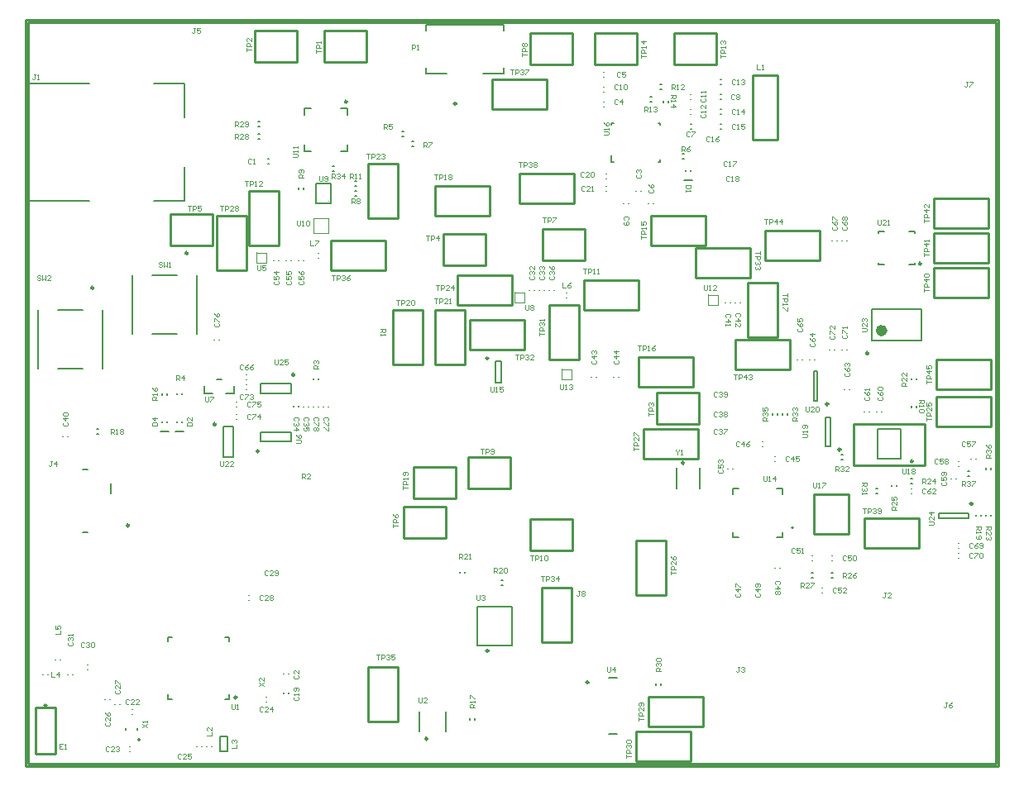
<source format=gto>
G04*
G04 #@! TF.GenerationSoftware,Altium Limited,Altium Designer,20.1.14 (287)*
G04*
G04 Layer_Color=65535*
%FSLAX25Y25*%
%MOIN*%
G70*
G04*
G04 #@! TF.SameCoordinates,DFD3654D-5228-4AA8-B9DD-6FAD7AD09D05*
G04*
G04*
G04 #@! TF.FilePolarity,Positive*
G04*
G01*
G75*
%ADD10C,0.00197*%
%ADD11C,0.00984*%
%ADD12C,0.02362*%
%ADD13C,0.01000*%
%ADD14C,0.00787*%
%ADD15C,0.00394*%
%ADD16C,0.00600*%
%ADD17C,0.00079*%
%ADD18C,0.00500*%
%ADD19C,0.00591*%
%ADD20C,0.00200*%
D10*
X197244Y191083D02*
G03*
X197244Y191083I-197J0D01*
G01*
X93228Y207067D02*
G03*
X93228Y207067I-197J0D01*
G01*
X275228Y190067D02*
G03*
X275228Y190067I-197J0D01*
G01*
X216213Y160051D02*
G03*
X216213Y160051I-197J0D01*
G01*
X122165Y214968D02*
G03*
X122165Y214968I-197J0D01*
G01*
D11*
X360941Y202602D02*
G03*
X360941Y202602I-492J0D01*
G01*
X339681Y166484D02*
G03*
X339681Y166484I-492J0D01*
G01*
X108319Y157827D02*
G03*
X108319Y157827I-492J0D01*
G01*
X94047Y127000D02*
G03*
X94047Y127000I-492J0D01*
G01*
X65350Y206866D02*
G03*
X65350Y206866I-492J0D01*
G01*
X76665Y137827D02*
G03*
X76665Y137827I-492J0D01*
G01*
X328492Y127654D02*
G03*
X328492Y127654I-492J0D01*
G01*
X381579Y105724D02*
G03*
X381579Y105724I-492J0D01*
G01*
X357646Y122913D02*
G03*
X357646Y122913I-492J0D01*
G01*
X323492Y145976D02*
G03*
X323492Y145976I-492J0D01*
G01*
X265425Y122299D02*
G03*
X265425Y122299I-492J0D01*
G01*
X41665Y97098D02*
G03*
X41665Y97098I-492J0D01*
G01*
X161933Y11012D02*
G03*
X161933Y11012I-492J0D01*
G01*
X85067Y27701D02*
G03*
X85067Y27701I-492J0D01*
G01*
X129591Y267941D02*
G03*
X129591Y267941I-492J0D01*
G01*
X173555Y267150D02*
G03*
X173555Y267150I-492J0D01*
G01*
X226882Y33748D02*
G03*
X226882Y33748I-492J0D01*
G01*
X186492Y164512D02*
G03*
X186492Y164512I-492J0D01*
G01*
X186587Y46482D02*
G03*
X186587Y46482I-492J0D01*
G01*
X27350Y192866D02*
G03*
X27350Y192866I-492J0D01*
G01*
D12*
X346079Y175638D02*
G03*
X346079Y175638I-1181J0D01*
G01*
D13*
X8500Y24500D02*
G03*
X8500Y24500I-500J0D01*
G01*
X148000Y184000D02*
X160000D01*
X148000Y162000D02*
Y184000D01*
Y162000D02*
X160000D01*
Y184000D01*
X138000Y40000D02*
X150000D01*
X138000Y18000D02*
Y40000D01*
Y18000D02*
X150000D01*
Y40000D01*
X196000Y186000D02*
Y198000D01*
X174000D02*
X196000D01*
X174000Y186000D02*
Y198000D01*
Y186000D02*
X196000D01*
X366000Y229000D02*
X388000D01*
Y217000D02*
Y229000D01*
X366000Y217000D02*
X388000D01*
X366000D02*
Y229000D01*
Y215000D02*
X388000D01*
Y203000D02*
Y215000D01*
X366000Y203000D02*
X388000D01*
X366000D02*
Y215000D01*
Y201000D02*
X388000D01*
Y189000D02*
Y201000D01*
X366000Y189000D02*
X388000D01*
X366000D02*
Y201000D01*
X367000Y152000D02*
X389000D01*
X367000D02*
Y164000D01*
X389000D01*
Y152000D02*
Y164000D01*
X293000Y252748D02*
X303000D01*
Y278748D01*
X293000D02*
X303000D01*
X293000Y252748D02*
Y278748D01*
X298000Y216000D02*
X320000D01*
Y204000D02*
Y216000D01*
X298000Y204000D02*
X320000D01*
X298000D02*
Y216000D01*
X333827Y137874D02*
X362173D01*
X333827Y121339D02*
Y137874D01*
Y121339D02*
X362173D01*
Y137874D01*
X338000Y88000D02*
X360000D01*
X338000D02*
Y100000D01*
X360000D01*
Y88000D02*
Y100000D01*
X286000Y172000D02*
X308000D01*
Y160000D02*
Y172000D01*
X286000Y160000D02*
X308000D01*
X286000D02*
Y172000D01*
X367000Y137000D02*
X389000D01*
X367000D02*
Y149000D01*
X389000D01*
Y137000D02*
Y149000D01*
X291000Y195000D02*
X303000D01*
X291000Y173000D02*
Y195000D01*
Y173000D02*
X303000D01*
Y195000D01*
X270000Y197000D02*
X292000D01*
X270000D02*
Y209000D01*
X292000D01*
Y197000D02*
Y209000D01*
X150000Y221000D02*
Y243000D01*
X138000Y221000D02*
X150000D01*
X138000D02*
Y243000D01*
X150000D01*
X188000Y277000D02*
X210000D01*
Y265000D02*
Y277000D01*
X188000Y265000D02*
X210000D01*
X188000D02*
Y277000D01*
X123000Y212000D02*
X145000D01*
Y200000D02*
Y212000D01*
X123000Y200000D02*
X145000D01*
X123000D02*
Y212000D01*
X77000Y200000D02*
Y222000D01*
X89000D01*
Y200000D02*
Y222000D01*
X77000Y200000D02*
X89000D01*
X58500Y222500D02*
X75500D01*
Y210000D02*
Y222500D01*
X58500Y210000D02*
X75500D01*
X58500D02*
Y222500D01*
X179000Y180000D02*
X201000D01*
Y168000D02*
Y180000D01*
X179000Y168000D02*
X201000D01*
X179000D02*
Y180000D01*
X211000Y164000D02*
Y186000D01*
X223000D01*
Y164000D02*
Y186000D01*
X211000Y164000D02*
X223000D01*
X258000Y69000D02*
Y91000D01*
X246000Y69000D02*
X258000D01*
X246000D02*
Y91000D01*
X258000D01*
X178500Y124500D02*
X195500D01*
Y112000D02*
Y124500D01*
X178500Y112000D02*
X195500D01*
X178500D02*
Y124500D01*
X152500Y104500D02*
X169500D01*
Y92000D02*
Y104500D01*
X152500Y92000D02*
X169500D01*
X152500D02*
Y104500D01*
X249000Y136000D02*
X271000D01*
Y124000D02*
Y136000D01*
X249000Y124000D02*
X271000D01*
X249000D02*
Y136000D01*
X251000Y16000D02*
X273000D01*
X251000D02*
Y28000D01*
X273000D01*
Y16000D02*
Y28000D01*
X246000Y2000D02*
X268000D01*
X246000D02*
Y14000D01*
X268000D01*
Y2000D02*
Y14000D01*
X199000Y239000D02*
X221000D01*
Y227000D02*
Y239000D01*
X199000Y227000D02*
X221000D01*
X199000D02*
Y239000D01*
X177000Y162000D02*
Y184000D01*
X165000Y162000D02*
X177000D01*
X165000D02*
Y184000D01*
X177000D01*
X220000Y50000D02*
Y72000D01*
X208000Y50000D02*
X220000D01*
X208000D02*
Y72000D01*
X220000D01*
X317721Y93669D02*
X331720D01*
Y109669D01*
X317721D02*
X331720D01*
X317721Y93669D02*
Y109669D01*
X203500Y99500D02*
X220500D01*
Y87000D02*
Y99500D01*
X203500Y87000D02*
X220500D01*
X203500D02*
Y99500D01*
X12000Y5000D02*
Y23500D01*
X4000Y5000D02*
X12000D01*
X4000D02*
Y23500D01*
X12000D01*
X92500Y296500D02*
X109500D01*
Y284000D02*
Y296500D01*
X92500Y284000D02*
X109500D01*
X92500D02*
Y296500D01*
X120500D02*
X137500D01*
Y284000D02*
Y296500D01*
X120500Y284000D02*
X137500D01*
X120500D02*
Y296500D01*
X203500Y283000D02*
Y295500D01*
Y283000D02*
X220500D01*
Y295500D01*
X203500D02*
X220500D01*
X252000Y210000D02*
X274000D01*
X252000D02*
Y222000D01*
X274000D01*
Y210000D02*
Y222000D01*
X229500Y295500D02*
X246500D01*
Y283000D02*
Y295500D01*
X229500Y283000D02*
X246500D01*
X229500D02*
Y295500D01*
X261500D02*
X278500D01*
Y283000D02*
Y295500D01*
X261500Y283000D02*
X278500D01*
X261500D02*
Y295500D01*
X1000Y1000D02*
X391000D01*
Y300000D01*
X1000D02*
X391000D01*
X1000Y1000D02*
Y300000D01*
X254500Y150500D02*
X271500D01*
Y138000D02*
Y150500D01*
X254500Y138000D02*
X271500D01*
X254500D02*
Y150500D01*
X156500Y120500D02*
X173500D01*
Y108000D02*
Y120500D01*
X156500Y108000D02*
X173500D01*
X156500D02*
Y120500D01*
X168500Y214500D02*
X185500D01*
Y202000D02*
Y214500D01*
X168500Y202000D02*
X185500D01*
X168500D02*
Y214500D01*
X247000Y153000D02*
Y165000D01*
Y153000D02*
X269000D01*
Y165000D01*
X247000D02*
X269000D01*
X90000Y210000D02*
X102000D01*
Y232000D01*
X90000D02*
X102000D01*
X90000Y210000D02*
Y232000D01*
X225000Y196000D02*
X247000D01*
Y184000D02*
Y196000D01*
X225000Y184000D02*
X247000D01*
X225000D02*
Y196000D01*
X165000Y234000D02*
X187000D01*
Y222000D02*
Y234000D01*
X165000Y222000D02*
X187000D01*
X165000D02*
Y234000D01*
X208500Y204000D02*
Y216500D01*
Y204000D02*
X225500D01*
Y216500D01*
X208500D02*
X225500D01*
X0Y0D02*
X392000D01*
Y301000D01*
X0D02*
X392000D01*
X0Y0D02*
Y301000D01*
D14*
X309370Y96095D02*
G03*
X309370Y96095I-394J0D01*
G01*
X358283Y214906D02*
Y215693D01*
X356020D02*
X358283D01*
X343717Y214906D02*
Y215693D01*
X345980D01*
X343717Y202307D02*
Y203095D01*
Y202307D02*
X345980D01*
X356020D02*
X358283D01*
Y203095D01*
X340961Y171701D02*
X361039D01*
X340961Y184299D02*
X361039D01*
X340961Y171701D02*
Y184299D01*
X361039Y171701D02*
Y184299D01*
X94638Y150445D02*
X106843D01*
X94638Y154382D02*
X106843D01*
X94638Y150445D02*
Y154382D01*
X106843Y150445D02*
Y154382D01*
X94638Y134776D02*
X106843D01*
X94638Y130839D02*
X106843D01*
Y134776D01*
X94638Y130839D02*
Y134776D01*
X51067Y174189D02*
X60933D01*
X68992D02*
Y197811D01*
X51067D02*
X60933D01*
X43008Y174189D02*
Y197811D01*
X79618Y136843D02*
X83555D01*
X79618Y124638D02*
X83555D01*
X79618D02*
Y136843D01*
X83555Y124638D02*
Y136843D01*
X322291Y128835D02*
Y140646D01*
X324260Y128835D02*
Y140646D01*
X322291D02*
X324260D01*
X322291Y128835D02*
X324260D01*
X380102Y100016D02*
Y101984D01*
X367898Y100016D02*
Y101984D01*
X380102D01*
X367898Y100016D02*
X380102D01*
X76917Y155890D02*
X79083D01*
X72016Y150378D02*
Y153232D01*
X80658Y150378D02*
X83984D01*
X72016D02*
X75343D01*
X83984D02*
Y153232D01*
X352528Y123898D02*
Y136102D01*
X343472Y123898D02*
Y136102D01*
Y123898D02*
X352528D01*
X343472Y136102D02*
X352528D01*
X317685Y147158D02*
Y159362D01*
X318866Y147158D02*
Y159362D01*
X317685D02*
X318866D01*
X317685Y147158D02*
X318866D01*
X1008Y227917D02*
Y275319D01*
X25811D01*
X51795D02*
X64000D01*
X51795Y227917D02*
X64000D01*
X1008D02*
X25811D01*
X64000Y261539D02*
Y275319D01*
Y227917D02*
Y241697D01*
X262276Y111866D02*
Y120134D01*
X271724Y111866D02*
Y120134D01*
X22945Y94244D02*
X25032D01*
X34244Y109933D02*
Y114067D01*
X22945Y119756D02*
X25032D01*
X236145Y243728D02*
Y246425D01*
Y243728D02*
X236874D01*
X236145Y259279D02*
X236874D01*
X236145Y258551D02*
Y259279D01*
X255633Y258551D02*
Y259279D01*
X254905D02*
X255633D01*
Y243728D02*
Y244456D01*
X254905Y243728D02*
X255633D01*
X169315Y14063D02*
Y21937D01*
X158685Y14063D02*
Y21937D01*
X57213Y27110D02*
X58984D01*
X57213D02*
Y28882D01*
Y50142D02*
Y51913D01*
X58984D01*
X82016Y27110D02*
Y28882D01*
X80244Y27110D02*
X82016D01*
Y50142D02*
Y51913D01*
X80244D02*
X82016D01*
X127032Y265382D02*
X129689D01*
Y262724D02*
Y265382D01*
X112366D02*
X115024D01*
X112366Y262724D02*
Y265382D01*
Y248059D02*
X115024D01*
X112366D02*
Y250716D01*
X127032Y248059D02*
X129689D01*
Y250716D01*
X161350Y296480D02*
Y298843D01*
X192650Y296480D02*
Y298843D01*
Y279157D02*
Y281520D01*
X184480Y279157D02*
X192650D01*
X161449D02*
X169520D01*
X161350D02*
Y281520D01*
Y298843D02*
X192650D01*
X234953Y13079D02*
X238496D01*
X234953Y35520D02*
X238496D01*
X191610Y154669D02*
Y163331D01*
X189248Y154669D02*
Y163331D01*
Y154669D02*
X191610D01*
X189248Y163331D02*
X191610D01*
X182158Y48549D02*
Y64297D01*
X195937D01*
Y48549D02*
Y64297D01*
X182158Y48549D02*
X195937D01*
X13067Y160189D02*
X22933D01*
X30992D02*
Y183811D01*
X13067D02*
X22933D01*
X5008Y160189D02*
Y183811D01*
D15*
X122228Y227850D02*
G03*
X122228Y227850I-197J0D01*
G01*
D16*
X46281Y10638D02*
G03*
X46281Y10638I-557J0D01*
G01*
X381000Y123890D02*
Y124047D01*
X383000Y123890D02*
Y124047D01*
X327000Y211890D02*
Y212047D01*
X325000Y211890D02*
Y212047D01*
X331000Y211890D02*
Y212047D01*
X329000Y211890D02*
Y212047D01*
X375921Y84000D02*
X376079D01*
X375921Y86000D02*
X376079D01*
X375890Y88000D02*
X376047D01*
X375890Y90000D02*
X376047D01*
X118000Y155781D02*
Y156281D01*
X116000Y155781D02*
Y156281D01*
X78000Y171890D02*
Y172047D01*
X76000Y171890D02*
Y172047D01*
X116000Y144890D02*
Y145047D01*
X118000Y144890D02*
Y145047D01*
X122000Y144921D02*
Y145079D01*
X120000Y144921D02*
Y145079D01*
X88890Y154000D02*
X89047D01*
X88890Y152000D02*
X89047D01*
X88890Y156000D02*
X89047D01*
X88890Y158000D02*
X89047D01*
X84953Y145000D02*
X85110D01*
X84953Y147000D02*
X85110D01*
X84921Y142000D02*
X85079D01*
X84921Y140000D02*
X85079D01*
X329000Y167890D02*
Y168047D01*
X331000Y167890D02*
Y168047D01*
X324000Y167890D02*
Y168047D01*
X326000Y167890D02*
Y168047D01*
X330000Y151921D02*
Y152079D01*
X332000Y151921D02*
Y152079D01*
X301000Y141718D02*
Y142218D01*
X303000Y141718D02*
Y142218D01*
X356953Y110000D02*
X357110D01*
X356953Y112000D02*
X357110D01*
X356718Y116000D02*
X357219D01*
X356718Y114000D02*
X357219D01*
X343000Y142890D02*
Y143047D01*
X345000Y142890D02*
Y143047D01*
X338000Y142890D02*
Y143047D01*
X340000Y142890D02*
Y143047D01*
X313000Y163953D02*
Y164110D01*
X311000Y163953D02*
Y164110D01*
X318000Y163953D02*
Y164110D01*
X316000Y163953D02*
Y164110D01*
X375953Y121000D02*
X376110D01*
X375953Y123000D02*
X376110D01*
X375000Y115921D02*
Y116079D01*
X373000Y115921D02*
Y116079D01*
X389000Y119719D02*
Y120219D01*
X387000Y119719D02*
Y120219D01*
X379782Y119000D02*
X380281D01*
X379782Y117000D02*
X380281D01*
X217921Y191000D02*
X218079D01*
X217921Y189000D02*
X218079D01*
X205000Y191921D02*
Y192079D01*
X203000Y191921D02*
Y192079D01*
X209000Y191921D02*
Y192079D01*
X207000Y191921D02*
Y192079D01*
X211000Y191921D02*
Y192079D01*
X213000Y191921D02*
Y192079D01*
X123782Y242000D02*
X124282D01*
X123782Y240000D02*
X124282D01*
X110000Y232718D02*
Y233219D01*
X112000Y232718D02*
Y233219D01*
X110000Y203953D02*
Y204110D01*
X112000Y203953D02*
Y204110D01*
X107000Y203953D02*
Y204110D01*
X105000Y203953D02*
Y204110D01*
X102000Y203953D02*
Y204110D01*
X100000Y203953D02*
Y204110D01*
X283000Y119890D02*
Y120047D01*
X285000Y119890D02*
Y120047D01*
X117890Y205000D02*
X118047D01*
X117890Y207000D02*
X118047D01*
X305000Y141656D02*
Y142156D01*
X307000Y141656D02*
Y142156D01*
X328782Y125500D02*
X329281D01*
X328782Y123500D02*
X329281D01*
X151781Y254000D02*
X152281D01*
X151781Y256000D02*
X152281D01*
X248000Y231890D02*
Y232047D01*
X246000Y231890D02*
Y232047D01*
X280016Y263000D02*
X280173D01*
X280016Y265000D02*
X280173D01*
X280016Y257000D02*
X280173D01*
X280016Y259000D02*
X280173D01*
X280016Y269000D02*
X280173D01*
X280016Y271000D02*
X280173D01*
X280016Y275000D02*
X280173D01*
X280016Y277000D02*
X280173D01*
X243000Y226921D02*
Y227079D01*
X241000Y226921D02*
Y227079D01*
X251750Y268000D02*
X252250D01*
X251750Y270000D02*
X252250D01*
X253000Y226890D02*
Y227047D01*
X251000Y226890D02*
Y227047D01*
X265425Y236193D02*
X268575D01*
X267984Y239972D02*
Y240287D01*
X266016Y239972D02*
Y240287D01*
X264781Y247000D02*
X265282D01*
X264781Y245000D02*
X265282D01*
X255718Y273000D02*
X256219D01*
X255718Y275000D02*
X256219D01*
X268016Y259000D02*
X268173D01*
X268016Y257000D02*
X268173D01*
X267984Y265000D02*
X268142D01*
X267984Y263000D02*
X268142D01*
X267953Y271000D02*
X268110D01*
X267953Y269000D02*
X268110D01*
X89890Y69000D02*
X90047D01*
X89890Y67000D02*
X90047D01*
X179000Y18719D02*
Y19218D01*
X181000Y18719D02*
Y19218D01*
X155750Y252000D02*
X156250D01*
X155750Y250000D02*
X156250D01*
X256000Y32719D02*
Y33219D01*
X254000Y32719D02*
Y33219D01*
X288000Y186921D02*
Y187079D01*
X286000Y186921D02*
Y187079D01*
X282000Y186921D02*
Y187079D01*
X284000Y186921D02*
Y187079D01*
X108000Y144984D02*
Y145142D01*
X110000Y144984D02*
Y145142D01*
X114000Y144953D02*
Y145110D01*
X112000Y144953D02*
Y145110D01*
X233953Y232000D02*
X234110D01*
X233953Y234000D02*
X234110D01*
X233953Y237000D02*
X234110D01*
X233953Y239000D02*
X234110D01*
X232953Y278000D02*
X233110D01*
X232953Y280000D02*
X233110D01*
X232953Y272000D02*
X233110D01*
X232953Y274000D02*
X233110D01*
X232890Y266000D02*
X233047D01*
X232890Y268000D02*
X233047D01*
X239000Y156953D02*
Y157110D01*
X237000Y156953D02*
Y157110D01*
X228000Y156953D02*
Y157110D01*
X230000Y156953D02*
Y157110D01*
X324890Y85000D02*
X325047D01*
X324890Y83000D02*
X325047D01*
X316921Y85000D02*
X317079D01*
X316921Y83000D02*
X317079D01*
X342781Y112000D02*
X343282D01*
X342781Y110000D02*
X343282D01*
X359000Y155781D02*
Y156281D01*
X357000Y155781D02*
Y156281D01*
X351000Y112782D02*
Y113282D01*
X349000Y112782D02*
Y113282D01*
X387000Y100782D02*
Y101281D01*
X389000Y100782D02*
Y101281D01*
X302000Y79953D02*
Y80110D01*
X304000Y79953D02*
Y80110D01*
X301921Y125000D02*
X302079D01*
X301921Y123000D02*
X302079D01*
X296890Y131000D02*
X297047D01*
X296890Y129000D02*
X297047D01*
X324718Y78000D02*
X325219D01*
X324718Y76000D02*
X325219D01*
X320890Y72000D02*
X321047D01*
X320890Y70000D02*
X321047D01*
X316750Y76000D02*
X317250D01*
X316750Y78000D02*
X317250D01*
X259000Y267719D02*
Y268218D01*
X257000Y267719D02*
Y268218D01*
X132719Y236000D02*
X133219D01*
X132719Y234000D02*
X133219D01*
X132719Y232000D02*
X133219D01*
X132719Y230000D02*
X133219D01*
X357000Y144719D02*
Y145219D01*
X359000Y144719D02*
Y145219D01*
X97714Y243060D02*
X97872D01*
X97714Y245060D02*
X97872D01*
X17000Y132890D02*
Y133047D01*
X15000Y132890D02*
Y133047D01*
X383000Y100782D02*
Y101281D01*
X385000Y100782D02*
Y101281D01*
X28719Y134000D02*
X29219D01*
X28719Y136000D02*
X29219D01*
X93718Y260000D02*
X94218D01*
X93718Y258000D02*
X94218D01*
X93718Y255000D02*
X94218D01*
X93718Y253000D02*
X94218D01*
X60425Y134933D02*
X63575D01*
X62984Y138713D02*
Y139028D01*
X61016Y138713D02*
Y139028D01*
X57000Y149750D02*
Y150250D01*
X55000Y149750D02*
Y150250D01*
X54425Y134933D02*
X57575D01*
X56984Y138713D02*
Y139028D01*
X55016Y138713D02*
Y139028D01*
X32000Y26890D02*
Y27047D01*
X34000Y26890D02*
Y27047D01*
X71000Y7953D02*
Y8110D01*
X69000Y7953D02*
Y8110D01*
X75000Y7953D02*
Y8110D01*
X73000Y7953D02*
Y8110D01*
X96890Y26000D02*
X97047D01*
X96890Y28000D02*
X97047D01*
X104000Y37276D02*
Y37433D01*
X106000Y37276D02*
Y37433D01*
Y29339D02*
Y29496D01*
X104000Y29339D02*
Y29496D01*
X36000Y24921D02*
Y25079D01*
X38000Y24921D02*
Y25079D01*
X42890Y20937D02*
X43047D01*
X42890Y22937D02*
X43047D01*
X40213Y14772D02*
Y15165D01*
X44937Y14772D02*
Y15165D01*
X41953Y7937D02*
X42110D01*
X41953Y5937D02*
X42110D01*
X9000Y36921D02*
Y37079D01*
X7000Y36921D02*
Y37079D01*
X14000Y42890D02*
Y43047D01*
X12000Y42890D02*
Y43047D01*
X24890Y41000D02*
X25047D01*
X24890Y39000D02*
X25047D01*
X17000Y36921D02*
Y37079D01*
X19000Y36921D02*
Y37079D01*
X191718Y73000D02*
X192218D01*
X191718Y75000D02*
X192218D01*
X61000Y149782D02*
Y150282D01*
X63000Y149782D02*
Y150282D01*
X175000Y77781D02*
Y78281D01*
X177000Y77781D02*
Y78281D01*
D17*
X197047Y191083D02*
X200984Y191083D01*
Y186949D02*
Y191083D01*
X197047Y186949D02*
X200984D01*
X197047D02*
Y191083D01*
X93032Y207067D02*
X96969Y207067D01*
Y202933D02*
Y207067D01*
X93032Y202933D02*
X96969D01*
X93032D02*
Y207067D01*
X275031Y190067D02*
X278969Y190067D01*
Y185933D02*
Y190067D01*
X275031Y185933D02*
X278969D01*
X275031D02*
Y190067D01*
X216016Y160051D02*
X219953Y160051D01*
Y155917D02*
Y160051D01*
X216016Y155917D02*
X219953D01*
X216016D02*
Y160051D01*
X121968Y214968D02*
Y220969D01*
X115969D02*
X121968D01*
X115969Y214968D02*
Y220969D01*
Y214968D02*
X121968Y214968D01*
D18*
X285157Y111843D02*
X287303D01*
X285157Y92158D02*
X287303D01*
X302697Y111843D02*
X304842D01*
X302697Y92158D02*
X304842D01*
X285157Y109697D02*
Y111843D01*
Y92158D02*
Y94303D01*
X304842Y109697D02*
Y111843D01*
Y92158D02*
Y94303D01*
X78500Y6000D02*
Y12000D01*
Y6000D02*
X81500D01*
Y12000D01*
X78500D02*
X81500D01*
D19*
X122866Y227000D02*
Y235000D01*
X116866D02*
X122866D01*
X116866Y227000D02*
Y235000D01*
Y227000D02*
X122866D01*
D20*
X149335Y188000D02*
X150667D01*
X150001D01*
Y186000D01*
X151334D02*
Y188000D01*
X152334D01*
X152667Y187666D01*
Y187000D01*
X152334Y186667D01*
X151334D01*
X154666Y186000D02*
X153333D01*
X154666Y187333D01*
Y187666D01*
X154333Y188000D01*
X153666D01*
X153333Y187666D01*
X155333D02*
X155666Y188000D01*
X156332D01*
X156666Y187666D01*
Y186334D01*
X156332Y186000D01*
X155666D01*
X155333Y186334D01*
Y187666D01*
X141334Y45000D02*
X142667D01*
X142001D01*
Y43000D01*
X143334D02*
Y45000D01*
X144334D01*
X144667Y44666D01*
Y44000D01*
X144334Y43667D01*
X143334D01*
X145333Y44666D02*
X145667Y45000D01*
X146333D01*
X146666Y44666D01*
Y44333D01*
X146333Y44000D01*
X146000D01*
X146333D01*
X146666Y43667D01*
Y43334D01*
X146333Y43000D01*
X145667D01*
X145333Y43334D01*
X148665Y45000D02*
X147333D01*
Y44000D01*
X147999Y44333D01*
X148332D01*
X148665Y44000D01*
Y43334D01*
X148332Y43000D01*
X147666D01*
X147333Y43334D01*
X378667Y130666D02*
X378334Y131000D01*
X377667D01*
X377334Y130666D01*
Y129334D01*
X377667Y129000D01*
X378334D01*
X378667Y129334D01*
X380666Y131000D02*
X379334D01*
Y130000D01*
X380000Y130333D01*
X380333D01*
X380666Y130000D01*
Y129334D01*
X380333Y129000D01*
X379667D01*
X379334Y129334D01*
X381333Y131000D02*
X382666D01*
Y130666D01*
X381333Y129334D01*
Y129000D01*
X287667Y40000D02*
X287000D01*
X287334D01*
Y38334D01*
X287000Y38000D01*
X286667D01*
X286334Y38334D01*
X288333Y39667D02*
X288667Y40000D01*
X289333D01*
X289666Y39667D01*
Y39333D01*
X289333Y39000D01*
X289000D01*
X289333D01*
X289666Y38667D01*
Y38334D01*
X289333Y38000D01*
X288667D01*
X288333Y38334D01*
X346667Y70000D02*
X346000D01*
X346334D01*
Y68334D01*
X346000Y68000D01*
X345667D01*
X345334Y68334D01*
X348666Y68000D02*
X347333D01*
X348666Y69333D01*
Y69666D01*
X348333Y70000D01*
X347667D01*
X347333Y69666D01*
X201334Y186000D02*
Y184334D01*
X201667Y184000D01*
X202334D01*
X202667Y184334D01*
Y186000D01*
X203333Y185667D02*
X203666Y186000D01*
X204333D01*
X204666Y185667D01*
Y185333D01*
X204333Y185000D01*
X204666Y184667D01*
Y184334D01*
X204333Y184000D01*
X203666D01*
X203333Y184334D01*
Y184667D01*
X203666Y185000D01*
X203333Y185333D01*
Y185667D01*
X203666Y185000D02*
X204333D01*
X165334Y194000D02*
X166667D01*
X166001D01*
Y192000D01*
X167334D02*
Y194000D01*
X168334D01*
X168667Y193667D01*
Y193000D01*
X168334Y192667D01*
X167334D01*
X170666Y192000D02*
X169333D01*
X170666Y193333D01*
Y193667D01*
X170333Y194000D01*
X169667D01*
X169333Y193667D01*
X172332Y192000D02*
Y194000D01*
X171333Y193000D01*
X172666D01*
X325333Y217604D02*
X325000Y217271D01*
Y216604D01*
X325333Y216271D01*
X326666D01*
X327000Y216604D01*
Y217271D01*
X326666Y217604D01*
X325000Y219603D02*
X325333Y218937D01*
X326000Y218271D01*
X326666D01*
X327000Y218604D01*
Y219270D01*
X326666Y219603D01*
X326333D01*
X326000Y219270D01*
Y218271D01*
X325000Y220270D02*
Y221603D01*
X325333D01*
X326666Y220270D01*
X327000D01*
X329333Y217636D02*
X329000Y217302D01*
Y216636D01*
X329333Y216303D01*
X330666D01*
X331000Y216636D01*
Y217302D01*
X330666Y217636D01*
X329000Y219635D02*
X329333Y218969D01*
X330000Y218302D01*
X330666D01*
X331000Y218635D01*
Y219302D01*
X330666Y219635D01*
X330333D01*
X330000Y219302D01*
Y218302D01*
X329333Y220301D02*
X329000Y220635D01*
Y221301D01*
X329333Y221634D01*
X329667D01*
X330000Y221301D01*
X330333Y221634D01*
X330666D01*
X331000Y221301D01*
Y220635D01*
X330666Y220301D01*
X330333D01*
X330000Y220635D01*
X329667Y220301D01*
X329333D01*
X330000Y220635D02*
Y221301D01*
X337000Y175334D02*
X338666D01*
X339000Y175667D01*
Y176334D01*
X338666Y176667D01*
X337000D01*
X339000Y178666D02*
Y177334D01*
X337667Y178666D01*
X337333D01*
X337000Y178333D01*
Y177667D01*
X337333Y177334D01*
Y179333D02*
X337000Y179666D01*
Y180333D01*
X337333Y180666D01*
X337667D01*
X338000Y180333D01*
Y179999D01*
Y180333D01*
X338333Y180666D01*
X338666D01*
X339000Y180333D01*
Y179666D01*
X338666Y179333D01*
X381636Y85667D02*
X381302Y86000D01*
X380636D01*
X380303Y85667D01*
Y84334D01*
X380636Y84000D01*
X381302D01*
X381636Y84334D01*
X382302Y86000D02*
X383635D01*
Y85667D01*
X382302Y84334D01*
Y84000D01*
X384301Y85667D02*
X384635Y86000D01*
X385301D01*
X385634Y85667D01*
Y84334D01*
X385301Y84000D01*
X384635D01*
X384301Y84334D01*
Y85667D01*
X381636Y89666D02*
X381302Y90000D01*
X380636D01*
X380303Y89666D01*
Y88334D01*
X380636Y88000D01*
X381302D01*
X381636Y88334D01*
X383635Y90000D02*
X382968Y89666D01*
X382302Y89000D01*
Y88334D01*
X382635Y88000D01*
X383302D01*
X383635Y88334D01*
Y88667D01*
X383302Y89000D01*
X382302D01*
X384301Y88334D02*
X384635Y88000D01*
X385301D01*
X385634Y88334D01*
Y89666D01*
X385301Y90000D01*
X384635D01*
X384301Y89666D01*
Y89333D01*
X384635Y89000D01*
X385634D01*
X118000Y160334D02*
X116000D01*
Y161334D01*
X116333Y161667D01*
X117000D01*
X117333Y161334D01*
Y160334D01*
Y161000D02*
X118000Y161667D01*
X116333Y162333D02*
X116000Y162666D01*
Y163333D01*
X116333Y163666D01*
X116667D01*
X117000Y163333D01*
Y163000D01*
Y163333D01*
X117333Y163666D01*
X117666D01*
X118000Y163333D01*
Y162666D01*
X117666Y162333D01*
X76333Y178667D02*
X76000Y178334D01*
Y177667D01*
X76333Y177334D01*
X77666D01*
X78000Y177667D01*
Y178334D01*
X77666Y178667D01*
X76000Y179334D02*
Y180666D01*
X76333D01*
X77666Y179334D01*
X78000D01*
X76000Y182666D02*
X76333Y181999D01*
X77000Y181333D01*
X77666D01*
X78000Y181666D01*
Y182333D01*
X77666Y182666D01*
X77333D01*
X77000Y182333D01*
Y181333D01*
X117666Y139333D02*
X118000Y139666D01*
Y140333D01*
X117666Y140666D01*
X116333D01*
X116000Y140333D01*
Y139666D01*
X116333Y139333D01*
X118000Y138666D02*
Y137334D01*
X117666D01*
X116333Y138666D01*
X116000D01*
X117666Y136667D02*
X118000Y136334D01*
Y135667D01*
X117666Y135334D01*
X117333D01*
X117000Y135667D01*
X116667Y135334D01*
X116333D01*
X116000Y135667D01*
Y136334D01*
X116333Y136667D01*
X116667D01*
X117000Y136334D01*
X117333Y136667D01*
X117666D01*
X117000Y136334D02*
Y135667D01*
X121667Y139333D02*
X122000Y139666D01*
Y140333D01*
X121667Y140666D01*
X120334D01*
X120000Y140333D01*
Y139666D01*
X120334Y139333D01*
X122000Y138666D02*
Y137334D01*
X121667D01*
X120334Y138666D01*
X120000D01*
X122000Y136667D02*
Y135334D01*
X121667D01*
X120334Y136667D01*
X120000D01*
X100334Y164000D02*
Y162334D01*
X100667Y162000D01*
X101334D01*
X101667Y162334D01*
Y164000D01*
X103666Y162000D02*
X102334D01*
X103666Y163333D01*
Y163666D01*
X103333Y164000D01*
X102667D01*
X102334Y163666D01*
X105666Y164000D02*
X104333D01*
Y163000D01*
X104999Y163333D01*
X105333D01*
X105666Y163000D01*
Y162334D01*
X105333Y162000D01*
X104666D01*
X104333Y162334D01*
X109000Y130334D02*
X110666D01*
X111000Y130667D01*
Y131334D01*
X110666Y131667D01*
X109000D01*
Y133666D02*
X109334Y133000D01*
X110000Y132333D01*
X110666D01*
X111000Y132667D01*
Y133333D01*
X110666Y133666D01*
X110333D01*
X110000Y133333D01*
Y132333D01*
X54859Y203017D02*
X54525Y203350D01*
X53859D01*
X53526Y203017D01*
Y202684D01*
X53859Y202350D01*
X54525D01*
X54859Y202017D01*
Y201684D01*
X54525Y201351D01*
X53859D01*
X53526Y201684D01*
X55525Y203350D02*
Y201351D01*
X56191Y202017D01*
X56858Y201351D01*
Y203350D01*
X57524Y201351D02*
X58191D01*
X57858D01*
Y203350D01*
X57524Y203017D01*
X87667Y149667D02*
X87334Y150000D01*
X86667D01*
X86334Y149667D01*
Y148334D01*
X86667Y148000D01*
X87334D01*
X87667Y148334D01*
X88334Y150000D02*
X89666D01*
Y149667D01*
X88334Y148334D01*
Y148000D01*
X90333Y149667D02*
X90666Y150000D01*
X91333D01*
X91666Y149667D01*
Y149333D01*
X91333Y149000D01*
X90999D01*
X91333D01*
X91666Y148667D01*
Y148334D01*
X91333Y148000D01*
X90666D01*
X90333Y148334D01*
X87667Y161667D02*
X87334Y162000D01*
X86667D01*
X86334Y161667D01*
Y160334D01*
X86667Y160000D01*
X87334D01*
X87667Y160334D01*
X89666Y162000D02*
X89000Y161667D01*
X88334Y161000D01*
Y160334D01*
X88667Y160000D01*
X89333D01*
X89666Y160334D01*
Y160667D01*
X89333Y161000D01*
X88334D01*
X91666Y162000D02*
X90999Y161667D01*
X90333Y161000D01*
Y160334D01*
X90666Y160000D01*
X91333D01*
X91666Y160334D01*
Y160667D01*
X91333Y161000D01*
X90333D01*
X90667Y146667D02*
X90334Y147000D01*
X89667D01*
X89334Y146667D01*
Y145334D01*
X89667Y145000D01*
X90334D01*
X90667Y145334D01*
X91334Y147000D02*
X92666D01*
Y146667D01*
X91334Y145334D01*
Y145000D01*
X94666Y147000D02*
X93333D01*
Y146000D01*
X93999Y146333D01*
X94333D01*
X94666Y146000D01*
Y145334D01*
X94333Y145000D01*
X93666D01*
X93333Y145334D01*
X90667Y141666D02*
X90334Y142000D01*
X89667D01*
X89334Y141666D01*
Y140334D01*
X89667Y140000D01*
X90334D01*
X90667Y140334D01*
X91334Y142000D02*
X92666D01*
Y141666D01*
X91334Y140334D01*
Y140000D01*
X94333D02*
Y142000D01*
X93333Y141000D01*
X94666D01*
X78334Y123000D02*
Y121334D01*
X78667Y121000D01*
X79334D01*
X79667Y121334D01*
Y123000D01*
X81666Y121000D02*
X80334D01*
X81666Y122333D01*
Y122667D01*
X81333Y123000D01*
X80667D01*
X80334Y122667D01*
X83666Y121000D02*
X82333D01*
X83666Y122333D01*
Y122667D01*
X83333Y123000D01*
X82666D01*
X82333Y122667D01*
X364000Y97334D02*
X365666D01*
X366000Y97667D01*
Y98334D01*
X365666Y98667D01*
X364000D01*
X366000Y100666D02*
Y99334D01*
X364667Y100666D01*
X364334D01*
X364000Y100333D01*
Y99667D01*
X364334Y99334D01*
X366000Y102333D02*
X364000D01*
X365000Y101333D01*
Y102666D01*
X343500Y220299D02*
Y218633D01*
X343833Y218300D01*
X344500D01*
X344833Y218633D01*
Y220299D01*
X346832Y218300D02*
X345499D01*
X346832Y219633D01*
Y219966D01*
X346499Y220299D01*
X345833D01*
X345499Y219966D01*
X347499Y218300D02*
X348165D01*
X347832D01*
Y220299D01*
X347499Y219966D01*
X363000Y154334D02*
Y155667D01*
Y155001D01*
X365000D01*
Y156334D02*
X363000D01*
Y157334D01*
X363334Y157667D01*
X364000D01*
X364333Y157334D01*
Y156334D01*
X365000Y159333D02*
X363000D01*
X364000Y158333D01*
Y159666D01*
X363000Y161665D02*
Y160333D01*
X364000D01*
X363667Y160999D01*
Y161332D01*
X364000Y161665D01*
X364666D01*
X365000Y161332D01*
Y160666D01*
X364666Y160333D01*
X297700Y220699D02*
X299033D01*
X298366D01*
Y218700D01*
X299699D02*
Y220699D01*
X300699D01*
X301032Y220366D01*
Y219700D01*
X300699Y219366D01*
X299699D01*
X302698Y218700D02*
Y220699D01*
X301699Y219700D01*
X303032D01*
X304698Y218700D02*
Y220699D01*
X303698Y219700D01*
X305031D01*
X362000Y219335D02*
Y220667D01*
Y220001D01*
X364000D01*
Y221334D02*
X362000D01*
Y222334D01*
X362333Y222667D01*
X363000D01*
X363333Y222334D01*
Y221334D01*
X364000Y224333D02*
X362000D01*
X363000Y223333D01*
Y224666D01*
X364000Y226665D02*
Y225333D01*
X362667Y226665D01*
X362333D01*
X362000Y226332D01*
Y225666D01*
X362333Y225333D01*
X362000Y205668D02*
Y207001D01*
Y206334D01*
X364000D01*
Y207667D02*
X362000D01*
Y208667D01*
X362333Y209000D01*
X363000D01*
X363333Y208667D01*
Y207667D01*
X364000Y210666D02*
X362000D01*
X363000Y209666D01*
Y210999D01*
X364000Y211666D02*
Y212332D01*
Y211999D01*
X362000D01*
X362333Y211666D01*
X362000Y191334D02*
Y192667D01*
Y192001D01*
X364000D01*
Y193334D02*
X362000D01*
Y194334D01*
X362333Y194667D01*
X363000D01*
X363333Y194334D01*
Y193334D01*
X364000Y196333D02*
X362000D01*
X363000Y195333D01*
Y196666D01*
X362333Y197333D02*
X362000Y197666D01*
Y198332D01*
X362333Y198665D01*
X363666D01*
X364000Y198332D01*
Y197666D01*
X363666Y197333D01*
X362333D01*
X324334Y173667D02*
X324000Y173334D01*
Y172667D01*
X324334Y172334D01*
X325666D01*
X326000Y172667D01*
Y173334D01*
X325666Y173667D01*
X324000Y174334D02*
Y175666D01*
X324334D01*
X325666Y174334D01*
X326000D01*
Y177666D02*
Y176333D01*
X324667Y177666D01*
X324334D01*
X324000Y177333D01*
Y176666D01*
X324334Y176333D01*
X329333Y173937D02*
X329000Y173604D01*
Y172938D01*
X329333Y172604D01*
X330666D01*
X331000Y172938D01*
Y173604D01*
X330666Y173937D01*
X329000Y174604D02*
Y175937D01*
X329333D01*
X330666Y174604D01*
X331000D01*
Y176603D02*
Y177270D01*
Y176936D01*
X329000D01*
X329333Y176603D01*
X363000Y139334D02*
Y140667D01*
Y140001D01*
X365000D01*
Y141334D02*
X363000D01*
Y142334D01*
X363334Y142667D01*
X364000D01*
X364333Y142334D01*
Y141334D01*
X365000Y144666D02*
Y143333D01*
X363667Y144666D01*
X363334D01*
X363000Y144333D01*
Y143667D01*
X363334Y143333D01*
X363000Y146666D02*
Y145333D01*
X364000D01*
X363667Y145999D01*
Y146332D01*
X364000Y146666D01*
X364666D01*
X365000Y146332D01*
Y145666D01*
X364666Y145333D01*
X262100Y127499D02*
Y127166D01*
X262766Y126500D01*
X263433Y127166D01*
Y127499D01*
X262766Y126500D02*
Y125500D01*
X264099D02*
X264766D01*
X264433D01*
Y127499D01*
X264099Y127166D01*
X314334Y145000D02*
Y143334D01*
X314667Y143000D01*
X315334D01*
X315667Y143334D01*
Y145000D01*
X317666Y143000D02*
X316334D01*
X317666Y144333D01*
Y144667D01*
X317333Y145000D01*
X316667D01*
X316334Y144667D01*
X318333D02*
X318666Y145000D01*
X319333D01*
X319666Y144667D01*
Y143334D01*
X319333Y143000D01*
X318666D01*
X318333Y143334D01*
Y144667D01*
X313000Y132501D02*
X314666D01*
X315000Y132834D01*
Y133501D01*
X314666Y133834D01*
X313000D01*
X315000Y134500D02*
Y135167D01*
Y134833D01*
X313000D01*
X313334Y134500D01*
X314666Y136166D02*
X315000Y136500D01*
Y137166D01*
X314666Y137499D01*
X313334D01*
X313000Y137166D01*
Y136500D01*
X313334Y136166D01*
X313667D01*
X314000Y136500D01*
Y137499D01*
X353501Y120000D02*
Y118334D01*
X353834Y118000D01*
X354501D01*
X354834Y118334D01*
Y120000D01*
X355500Y118000D02*
X356167D01*
X355833D01*
Y120000D01*
X355500Y119667D01*
X357166D02*
X357500Y120000D01*
X358166D01*
X358499Y119667D01*
Y119333D01*
X358166Y119000D01*
X358499Y118667D01*
Y118334D01*
X358166Y118000D01*
X357500D01*
X357166Y118334D01*
Y118667D01*
X357500Y119000D01*
X357166Y119333D01*
Y119667D01*
X357500Y119000D02*
X358166D01*
X317400Y114399D02*
Y112733D01*
X317733Y112400D01*
X318400D01*
X318733Y112733D01*
Y114399D01*
X319399Y112400D02*
X320066D01*
X319733D01*
Y114399D01*
X319399Y114066D01*
X321065Y114399D02*
X322398D01*
Y114066D01*
X321065Y112733D01*
Y112400D01*
X93334Y202000D02*
Y200334D01*
X93667Y200000D01*
X94334D01*
X94667Y200334D01*
Y202000D01*
X96666D02*
X95333D01*
Y201000D01*
X96000Y201333D01*
X96333D01*
X96666Y201000D01*
Y200334D01*
X96333Y200000D01*
X95666D01*
X95333Y200334D01*
X285334Y158000D02*
X286667D01*
X286001D01*
Y156000D01*
X287334D02*
Y158000D01*
X288334D01*
X288667Y157667D01*
Y157000D01*
X288334Y156667D01*
X287334D01*
X290333Y156000D02*
Y158000D01*
X289333Y157000D01*
X290666D01*
X291333Y157667D02*
X291666Y158000D01*
X292332D01*
X292666Y157667D01*
Y157333D01*
X292332Y157000D01*
X291999D01*
X292332D01*
X292666Y156667D01*
Y156334D01*
X292332Y156000D01*
X291666D01*
X291333Y156334D01*
X337334Y104000D02*
X338667D01*
X338001D01*
Y102000D01*
X339334D02*
Y104000D01*
X340334D01*
X340667Y103666D01*
Y103000D01*
X340334Y102667D01*
X339334D01*
X341333Y103666D02*
X341667Y104000D01*
X342333D01*
X342666Y103666D01*
Y103333D01*
X342333Y103000D01*
X342000D01*
X342333D01*
X342666Y102667D01*
Y102334D01*
X342333Y102000D01*
X341667D01*
X341333Y102334D01*
X343333D02*
X343666Y102000D01*
X344332D01*
X344666Y102334D01*
Y103666D01*
X344332Y104000D01*
X343666D01*
X343333Y103666D01*
Y103333D01*
X343666Y103000D01*
X344666D01*
X198700Y243699D02*
X200033D01*
X199366D01*
Y241700D01*
X200699D02*
Y243699D01*
X201699D01*
X202032Y243366D01*
Y242700D01*
X201699Y242366D01*
X200699D01*
X202699Y243366D02*
X203032Y243699D01*
X203698D01*
X204032Y243366D01*
Y243033D01*
X203698Y242700D01*
X203365D01*
X203698D01*
X204032Y242366D01*
Y242033D01*
X203698Y241700D01*
X203032D01*
X202699Y242033D01*
X204698Y243366D02*
X205031Y243699D01*
X205698D01*
X206031Y243366D01*
Y243033D01*
X205698Y242700D01*
X206031Y242366D01*
Y242033D01*
X205698Y241700D01*
X205031D01*
X204698Y242033D01*
Y242366D01*
X205031Y242700D01*
X204698Y243033D01*
Y243366D01*
X205031Y242700D02*
X205698D01*
X195334Y281000D02*
X196667D01*
X196001D01*
Y279000D01*
X197334D02*
Y281000D01*
X198334D01*
X198667Y280666D01*
Y280000D01*
X198334Y279667D01*
X197334D01*
X199333Y280666D02*
X199667Y281000D01*
X200333D01*
X200666Y280666D01*
Y280333D01*
X200333Y280000D01*
X200000D01*
X200333D01*
X200666Y279667D01*
Y279334D01*
X200333Y279000D01*
X199667D01*
X199333Y279334D01*
X201333Y281000D02*
X202665D01*
Y280666D01*
X201333Y279334D01*
Y279000D01*
X123335Y198000D02*
X124667D01*
X124001D01*
Y196000D01*
X125334D02*
Y198000D01*
X126334D01*
X126667Y197667D01*
Y197000D01*
X126334Y196667D01*
X125334D01*
X127333Y197667D02*
X127666Y198000D01*
X128333D01*
X128666Y197667D01*
Y197333D01*
X128333Y197000D01*
X128000D01*
X128333D01*
X128666Y196667D01*
Y196334D01*
X128333Y196000D01*
X127666D01*
X127333Y196334D01*
X130666Y198000D02*
X129999Y197667D01*
X129333Y197000D01*
Y196334D01*
X129666Y196000D01*
X130332D01*
X130666Y196334D01*
Y196667D01*
X130332Y197000D01*
X129333D01*
X207700Y76699D02*
X209033D01*
X208366D01*
Y74700D01*
X209699D02*
Y76699D01*
X210699D01*
X211032Y76366D01*
Y75700D01*
X210699Y75366D01*
X209699D01*
X211699Y76366D02*
X212032Y76699D01*
X212698D01*
X213032Y76366D01*
Y76033D01*
X212698Y75700D01*
X212365D01*
X212698D01*
X213032Y75366D01*
Y75033D01*
X212698Y74700D01*
X212032D01*
X211699Y75033D01*
X214698Y74700D02*
Y76699D01*
X213698Y75700D01*
X215031D01*
X296000Y207665D02*
Y206333D01*
Y206999D01*
X294000D01*
Y205666D02*
X296000D01*
Y204666D01*
X295667Y204333D01*
X295000D01*
X294667Y204666D01*
Y205666D01*
X295667Y203667D02*
X296000Y203333D01*
Y202667D01*
X295667Y202334D01*
X295333D01*
X295000Y202667D01*
Y203000D01*
Y202667D01*
X294667Y202334D01*
X294334D01*
X294000Y202667D01*
Y203333D01*
X294334Y203667D01*
X295667Y201667D02*
X296000Y201334D01*
Y200668D01*
X295667Y200335D01*
X295333D01*
X295000Y200668D01*
Y201001D01*
Y200668D01*
X294667Y200335D01*
X294334D01*
X294000Y200668D01*
Y201334D01*
X294334Y201667D01*
X197335Y166000D02*
X198667D01*
X198001D01*
Y164000D01*
X199334D02*
Y166000D01*
X200334D01*
X200667Y165666D01*
Y165000D01*
X200334Y164667D01*
X199334D01*
X201333Y165666D02*
X201666Y166000D01*
X202333D01*
X202666Y165666D01*
Y165333D01*
X202333Y165000D01*
X202000D01*
X202333D01*
X202666Y164667D01*
Y164334D01*
X202333Y164000D01*
X201666D01*
X201333Y164334D01*
X204665Y164000D02*
X203333D01*
X204665Y165333D01*
Y165666D01*
X204332Y166000D01*
X203666D01*
X203333Y165666D01*
X207000Y173668D02*
Y175001D01*
Y174334D01*
X209000D01*
Y175667D02*
X207000D01*
Y176667D01*
X207333Y177000D01*
X208000D01*
X208333Y176667D01*
Y175667D01*
X207333Y177666D02*
X207000Y178000D01*
Y178666D01*
X207333Y178999D01*
X207667D01*
X208000Y178666D01*
Y178333D01*
Y178666D01*
X208333Y178999D01*
X208666D01*
X209000Y178666D01*
Y178000D01*
X208666Y177666D01*
X209000Y179666D02*
Y180332D01*
Y179999D01*
X207000D01*
X207333Y179666D01*
X242000Y3334D02*
Y4667D01*
Y4001D01*
X244000D01*
Y5334D02*
X242000D01*
Y6334D01*
X242334Y6667D01*
X243000D01*
X243333Y6334D01*
Y5334D01*
X242334Y7333D02*
X242000Y7666D01*
Y8333D01*
X242334Y8666D01*
X242667D01*
X243000Y8333D01*
Y8000D01*
Y8333D01*
X243333Y8666D01*
X243666D01*
X244000Y8333D01*
Y7666D01*
X243666Y7333D01*
X242334Y9333D02*
X242000Y9666D01*
Y10332D01*
X242334Y10666D01*
X243666D01*
X244000Y10332D01*
Y9666D01*
X243666Y9333D01*
X242334D01*
X247000Y18335D02*
Y19667D01*
Y19001D01*
X249000D01*
Y20334D02*
X247000D01*
Y21334D01*
X247334Y21667D01*
X248000D01*
X248333Y21334D01*
Y20334D01*
X249000Y23666D02*
Y22333D01*
X247667Y23666D01*
X247334D01*
X247000Y23333D01*
Y22667D01*
X247334Y22333D01*
X248666Y24333D02*
X249000Y24666D01*
Y25332D01*
X248666Y25666D01*
X247334D01*
X247000Y25332D01*
Y24666D01*
X247334Y24333D01*
X247667D01*
X248000Y24666D01*
Y25666D01*
X78334Y226000D02*
X79667D01*
X79001D01*
Y224000D01*
X80334D02*
Y226000D01*
X81334D01*
X81667Y225666D01*
Y225000D01*
X81334Y224667D01*
X80334D01*
X83666Y224000D02*
X82333D01*
X83666Y225333D01*
Y225666D01*
X83333Y226000D01*
X82666D01*
X82333Y225666D01*
X84333D02*
X84666Y226000D01*
X85332D01*
X85666Y225666D01*
Y225333D01*
X85332Y225000D01*
X85666Y224667D01*
Y224334D01*
X85332Y224000D01*
X84666D01*
X84333Y224334D01*
Y224667D01*
X84666Y225000D01*
X84333Y225333D01*
Y225666D01*
X84666Y225000D02*
X85332D01*
X245000Y127334D02*
Y128667D01*
Y128001D01*
X247000D01*
Y129334D02*
X245000D01*
Y130334D01*
X245334Y130667D01*
X246000D01*
X246333Y130334D01*
Y129334D01*
X247000Y132666D02*
Y131333D01*
X245667Y132666D01*
X245334D01*
X245000Y132333D01*
Y131667D01*
X245334Y131333D01*
X245000Y133333D02*
Y134666D01*
X245334D01*
X246666Y133333D01*
X247000D01*
X260000Y77334D02*
Y78667D01*
Y78001D01*
X262000D01*
Y79334D02*
X260000D01*
Y80334D01*
X260333Y80667D01*
X261000D01*
X261333Y80334D01*
Y79334D01*
X262000Y82666D02*
Y81333D01*
X260667Y82666D01*
X260333D01*
X260000Y82333D01*
Y81666D01*
X260333Y81333D01*
X260000Y84666D02*
X260333Y83999D01*
X261000Y83333D01*
X261666D01*
X262000Y83666D01*
Y84332D01*
X261666Y84666D01*
X261333D01*
X261000Y84332D01*
Y83333D01*
X137335Y247000D02*
X138667D01*
X138001D01*
Y245000D01*
X139334D02*
Y247000D01*
X140334D01*
X140667Y246667D01*
Y246000D01*
X140334Y245667D01*
X139334D01*
X142666Y245000D02*
X141333D01*
X142666Y246333D01*
Y246667D01*
X142333Y247000D01*
X141666D01*
X141333Y246667D01*
X143333D02*
X143666Y247000D01*
X144332D01*
X144666Y246667D01*
Y246333D01*
X144332Y246000D01*
X143999D01*
X144332D01*
X144666Y245667D01*
Y245334D01*
X144332Y245000D01*
X143666D01*
X143333Y245334D01*
X164700Y188699D02*
X166033D01*
X165366D01*
Y186700D01*
X166699D02*
Y188699D01*
X167699D01*
X168032Y188366D01*
Y187700D01*
X167699Y187366D01*
X166699D01*
X170032Y186700D02*
X168699D01*
X170032Y188033D01*
Y188366D01*
X169698Y188699D01*
X169032D01*
X168699Y188366D01*
X170698Y186700D02*
X171364D01*
X171031D01*
Y188699D01*
X170698Y188366D01*
X377334Y113000D02*
Y115000D01*
X378334D01*
X378667Y114666D01*
Y114000D01*
X378334Y113667D01*
X377334D01*
X378001D02*
X378667Y113000D01*
X379334Y114666D02*
X379667Y115000D01*
X380333D01*
X380666Y114666D01*
Y114333D01*
X380333Y114000D01*
X380000D01*
X380333D01*
X380666Y113667D01*
Y113334D01*
X380333Y113000D01*
X379667D01*
X379334Y113334D01*
X381333Y115000D02*
X382666D01*
Y114666D01*
X381333Y113334D01*
Y113000D01*
X389000Y124334D02*
X387000D01*
Y125334D01*
X387333Y125667D01*
X388000D01*
X388333Y125334D01*
Y124334D01*
Y125001D02*
X389000Y125667D01*
X387333Y126334D02*
X387000Y126667D01*
Y127333D01*
X387333Y127666D01*
X387667D01*
X388000Y127333D01*
Y127000D01*
Y127333D01*
X388333Y127666D01*
X388666D01*
X389000Y127333D01*
Y126667D01*
X388666Y126334D01*
X387000Y129666D02*
X387333Y128999D01*
X388000Y128333D01*
X388666D01*
X389000Y128666D01*
Y129333D01*
X388666Y129666D01*
X388333D01*
X388000Y129333D01*
Y128333D01*
X299000Y139334D02*
X297000D01*
Y140334D01*
X297334Y140667D01*
X298000D01*
X298333Y140334D01*
Y139334D01*
Y140001D02*
X299000Y140667D01*
X297334Y141334D02*
X297000Y141667D01*
Y142333D01*
X297334Y142666D01*
X297667D01*
X298000Y142333D01*
Y142000D01*
Y142333D01*
X298333Y142666D01*
X298666D01*
X299000Y142333D01*
Y141667D01*
X298666Y141334D01*
X297000Y144666D02*
Y143333D01*
X298000D01*
X297667Y143999D01*
Y144333D01*
X298000Y144666D01*
X298666D01*
X299000Y144333D01*
Y143666D01*
X298666Y143333D01*
X112000Y237334D02*
X110000D01*
Y238334D01*
X110334Y238667D01*
X111000D01*
X111333Y238334D01*
Y237334D01*
Y238000D02*
X112000Y238667D01*
X111666Y239333D02*
X112000Y239667D01*
Y240333D01*
X111666Y240666D01*
X110334D01*
X110000Y240333D01*
Y239667D01*
X110334Y239333D01*
X110667D01*
X111000Y239667D01*
Y240666D01*
X114600Y211799D02*
Y209800D01*
X115933D01*
X116599Y211799D02*
X117932D01*
Y211466D01*
X116599Y210133D01*
Y209800D01*
X311333Y176667D02*
X311000Y176334D01*
Y175667D01*
X311333Y175334D01*
X312666D01*
X313000Y175667D01*
Y176334D01*
X312666Y176667D01*
X311000Y178666D02*
X311333Y178000D01*
X312000Y177333D01*
X312666D01*
X313000Y177667D01*
Y178333D01*
X312666Y178666D01*
X312333D01*
X312000Y178333D01*
Y177333D01*
X311000Y180666D02*
Y179333D01*
X312000D01*
X311667Y179999D01*
Y180333D01*
X312000Y180666D01*
X312666D01*
X313000Y180333D01*
Y179666D01*
X312666Y179333D01*
X316334Y170667D02*
X316000Y170334D01*
Y169667D01*
X316334Y169334D01*
X317666D01*
X318000Y169667D01*
Y170334D01*
X317666Y170667D01*
X316000Y172667D02*
X316334Y172000D01*
X317000Y171334D01*
X317666D01*
X318000Y171667D01*
Y172333D01*
X317666Y172667D01*
X317333D01*
X317000Y172333D01*
Y171334D01*
X318000Y174333D02*
X316000D01*
X317000Y173333D01*
Y174666D01*
X330333Y158667D02*
X330000Y158334D01*
Y157667D01*
X330333Y157334D01*
X331666D01*
X332000Y157667D01*
Y158334D01*
X331666Y158667D01*
X330000Y160667D02*
X330333Y160000D01*
X331000Y159334D01*
X331666D01*
X332000Y159667D01*
Y160333D01*
X331666Y160667D01*
X331333D01*
X331000Y160333D01*
Y159334D01*
X330333Y161333D02*
X330000Y161666D01*
Y162333D01*
X330333Y162666D01*
X330667D01*
X331000Y162333D01*
Y161999D01*
Y162333D01*
X331333Y162666D01*
X331666D01*
X332000Y162333D01*
Y161666D01*
X331666Y161333D01*
X362667Y111667D02*
X362334Y112000D01*
X361667D01*
X361334Y111667D01*
Y110334D01*
X361667Y110000D01*
X362334D01*
X362667Y110334D01*
X364666Y112000D02*
X364000Y111667D01*
X363334Y111000D01*
Y110334D01*
X363667Y110000D01*
X364333D01*
X364666Y110334D01*
Y110667D01*
X364333Y111000D01*
X363334D01*
X366666Y110000D02*
X365333D01*
X366666Y111333D01*
Y111667D01*
X366333Y112000D01*
X365666D01*
X365333Y111667D01*
X338334Y149000D02*
X338000Y148667D01*
Y148001D01*
X338334Y147667D01*
X339666D01*
X340000Y148001D01*
Y148667D01*
X339666Y149000D01*
X338000Y151000D02*
X338334Y150333D01*
X339000Y149667D01*
X339666D01*
X340000Y150000D01*
Y150666D01*
X339666Y151000D01*
X339333D01*
X339000Y150666D01*
Y149667D01*
X340000Y151666D02*
Y152333D01*
Y151999D01*
X338000D01*
X338334Y151666D01*
X343830Y148828D02*
X343496Y148495D01*
Y147829D01*
X343830Y147496D01*
X345163D01*
X345496Y147829D01*
Y148495D01*
X345163Y148828D01*
X343496Y150828D02*
X343830Y150161D01*
X344496Y149495D01*
X345163D01*
X345496Y149828D01*
Y150495D01*
X345163Y150828D01*
X344829D01*
X344496Y150495D01*
Y149495D01*
X343830Y151494D02*
X343496Y151828D01*
Y152494D01*
X343830Y152827D01*
X345163D01*
X345496Y152494D01*
Y151828D01*
X345163Y151494D01*
X343830D01*
X369334Y114667D02*
X369000Y114334D01*
Y113667D01*
X369334Y113334D01*
X370666D01*
X371000Y113667D01*
Y114334D01*
X370666Y114667D01*
X369000Y116666D02*
Y115334D01*
X370000D01*
X369667Y116000D01*
Y116333D01*
X370000Y116666D01*
X370666D01*
X371000Y116333D01*
Y115667D01*
X370666Y115334D01*
Y117333D02*
X371000Y117666D01*
Y118333D01*
X370666Y118666D01*
X369334D01*
X369000Y118333D01*
Y117666D01*
X369334Y117333D01*
X369667D01*
X370000Y117666D01*
Y118666D01*
X367667Y123667D02*
X367334Y124000D01*
X366667D01*
X366334Y123667D01*
Y122334D01*
X366667Y122000D01*
X367334D01*
X367667Y122334D01*
X369666Y124000D02*
X368334D01*
Y123000D01*
X369000Y123333D01*
X369333D01*
X369666Y123000D01*
Y122334D01*
X369333Y122000D01*
X368667D01*
X368334Y122334D01*
X370333Y123667D02*
X370666Y124000D01*
X371333D01*
X371666Y123667D01*
Y123333D01*
X371333Y123000D01*
X371666Y122667D01*
Y122334D01*
X371333Y122000D01*
X370666D01*
X370333Y122334D01*
Y122667D01*
X370666Y123000D01*
X370333Y123333D01*
Y123667D01*
X370666Y123000D02*
X371333D01*
X110334Y195730D02*
X110000Y195397D01*
Y194730D01*
X110334Y194397D01*
X111666D01*
X112000Y194730D01*
Y195397D01*
X111666Y195730D01*
X110000Y197729D02*
Y196397D01*
X111000D01*
X110667Y197063D01*
Y197396D01*
X111000Y197729D01*
X111666D01*
X112000Y197396D01*
Y196730D01*
X111666Y196397D01*
X110000Y199729D02*
X110334Y199062D01*
X111000Y198396D01*
X111666D01*
X112000Y198729D01*
Y199396D01*
X111666Y199729D01*
X111333D01*
X111000Y199396D01*
Y198396D01*
X105333Y195667D02*
X105000Y195334D01*
Y194667D01*
X105333Y194334D01*
X106666D01*
X107000Y194667D01*
Y195334D01*
X106666Y195667D01*
X105000Y197667D02*
Y196334D01*
X106000D01*
X105667Y197000D01*
Y197333D01*
X106000Y197667D01*
X106666D01*
X107000Y197333D01*
Y196667D01*
X106666Y196334D01*
X105000Y199666D02*
Y198333D01*
X106000D01*
X105667Y198999D01*
Y199333D01*
X106000Y199666D01*
X106666D01*
X107000Y199333D01*
Y198666D01*
X106666Y198333D01*
X100333Y195730D02*
X100000Y195397D01*
Y194730D01*
X100333Y194397D01*
X101666D01*
X102000Y194730D01*
Y195397D01*
X101666Y195730D01*
X100000Y197730D02*
Y196397D01*
X101000D01*
X100667Y197063D01*
Y197396D01*
X101000Y197730D01*
X101666D01*
X102000Y197396D01*
Y196730D01*
X101666Y196397D01*
X102000Y199396D02*
X100000D01*
X101000Y198396D01*
Y199729D01*
X279333Y119667D02*
X279000Y119334D01*
Y118667D01*
X279333Y118334D01*
X280666D01*
X281000Y118667D01*
Y119334D01*
X280666Y119667D01*
X279000Y121667D02*
Y120334D01*
X280000D01*
X279667Y121000D01*
Y121333D01*
X280000Y121667D01*
X280666D01*
X281000Y121333D01*
Y120667D01*
X280666Y120334D01*
X279333Y122333D02*
X279000Y122666D01*
Y123333D01*
X279333Y123666D01*
X279667D01*
X280000Y123333D01*
Y122999D01*
Y123333D01*
X280333Y123666D01*
X280666D01*
X281000Y123333D01*
Y122666D01*
X280666Y122333D01*
X123334Y237000D02*
Y239000D01*
X124334D01*
X124667Y238667D01*
Y238000D01*
X124334Y237667D01*
X123334D01*
X124001D02*
X124667Y237000D01*
X125333Y238667D02*
X125667Y239000D01*
X126333D01*
X126666Y238667D01*
Y238333D01*
X126333Y238000D01*
X126000D01*
X126333D01*
X126666Y237667D01*
Y237334D01*
X126333Y237000D01*
X125667D01*
X125333Y237334D01*
X128333Y237000D02*
Y239000D01*
X127333Y238000D01*
X128666D01*
X10667Y123000D02*
X10000D01*
X10334D01*
Y121334D01*
X10000Y121000D01*
X9667D01*
X9334Y121334D01*
X12333Y121000D02*
Y123000D01*
X11333Y122000D01*
X12666D01*
X311000Y139334D02*
X309000D01*
Y140334D01*
X309333Y140667D01*
X310000D01*
X310333Y140334D01*
Y139334D01*
Y140001D02*
X311000Y140667D01*
X309333Y141333D02*
X309000Y141667D01*
Y142333D01*
X309333Y142666D01*
X309667D01*
X310000Y142333D01*
Y142000D01*
Y142333D01*
X310333Y142666D01*
X310666D01*
X311000Y142333D01*
Y141667D01*
X310666Y141333D01*
X309333Y143333D02*
X309000Y143666D01*
Y144333D01*
X309333Y144666D01*
X309667D01*
X310000Y144333D01*
Y143999D01*
Y144333D01*
X310333Y144666D01*
X310666D01*
X311000Y144333D01*
Y143666D01*
X310666Y143333D01*
X294667Y283000D02*
Y281000D01*
X296000D01*
X296666D02*
X297333D01*
X297000D01*
Y283000D01*
X296666Y282666D01*
X233000Y254501D02*
X234666D01*
X235000Y254834D01*
Y255501D01*
X234666Y255834D01*
X233000D01*
X235000Y256500D02*
Y257167D01*
Y256833D01*
X233000D01*
X233333Y256500D01*
X233000Y259499D02*
X233333Y258833D01*
X234000Y258166D01*
X234666D01*
X235000Y258500D01*
Y259166D01*
X234666Y259499D01*
X234333D01*
X234000Y259166D01*
Y258166D01*
X223233Y70499D02*
X222566D01*
X222900D01*
Y68833D01*
X222566Y68500D01*
X222233D01*
X221900Y68833D01*
X223899Y70166D02*
X224233Y70499D01*
X224899D01*
X225232Y70166D01*
Y69833D01*
X224899Y69500D01*
X225232Y69166D01*
Y68833D01*
X224899Y68500D01*
X224233D01*
X223899Y68833D01*
Y69166D01*
X224233Y69500D01*
X223899Y69833D01*
Y70166D01*
X224233Y69500D02*
X224899D01*
X379667Y276000D02*
X379000D01*
X379334D01*
Y274334D01*
X379000Y274000D01*
X378667D01*
X378334Y274334D01*
X380333Y276000D02*
X381666D01*
Y275666D01*
X380333Y274334D01*
Y274000D01*
X371233Y25499D02*
X370566D01*
X370900D01*
Y23833D01*
X370566Y23500D01*
X370233D01*
X369900Y23833D01*
X373232Y25499D02*
X372566Y25166D01*
X371899Y24500D01*
Y23833D01*
X372233Y23500D01*
X372899D01*
X373232Y23833D01*
Y24167D01*
X372899Y24500D01*
X371899D01*
X68233Y297499D02*
X67566D01*
X67900D01*
Y295833D01*
X67566Y295500D01*
X67233D01*
X66900Y295833D01*
X70232Y297499D02*
X68899D01*
Y296500D01*
X69566Y296833D01*
X69899D01*
X70232Y296500D01*
Y295833D01*
X69899Y295500D01*
X69233D01*
X68899Y295833D01*
X326334Y119000D02*
Y121000D01*
X327334D01*
X327667Y120667D01*
Y120000D01*
X327334Y119667D01*
X326334D01*
X327001D02*
X327667Y119000D01*
X328334Y120667D02*
X328667Y121000D01*
X329333D01*
X329666Y120667D01*
Y120333D01*
X329333Y120000D01*
X329000D01*
X329333D01*
X329666Y119667D01*
Y119334D01*
X329333Y119000D01*
X328667D01*
X328334Y119334D01*
X331666Y119000D02*
X330333D01*
X331666Y120333D01*
Y120667D01*
X331333Y121000D01*
X330666D01*
X330333Y120667D01*
X337000Y114333D02*
X339000D01*
Y113333D01*
X338667Y113000D01*
X338000D01*
X337667Y113333D01*
Y114333D01*
Y113666D02*
X337000Y113000D01*
X338667Y112333D02*
X339000Y112000D01*
Y111334D01*
X338667Y111000D01*
X338333D01*
X338000Y111334D01*
Y111667D01*
Y111334D01*
X337667Y111000D01*
X337334D01*
X337000Y111334D01*
Y112000D01*
X337334Y112333D01*
X337000Y110334D02*
Y109667D01*
Y110001D01*
X339000D01*
X338667Y110334D01*
X256000Y38334D02*
X254000D01*
Y39334D01*
X254333Y39667D01*
X255000D01*
X255333Y39334D01*
Y38334D01*
Y39001D02*
X256000Y39667D01*
X254333Y40334D02*
X254000Y40667D01*
Y41333D01*
X254333Y41666D01*
X254667D01*
X255000Y41333D01*
Y41000D01*
Y41333D01*
X255333Y41666D01*
X255666D01*
X256000Y41333D01*
Y40667D01*
X255666Y40334D01*
X254333Y42333D02*
X254000Y42666D01*
Y43333D01*
X254333Y43666D01*
X255666D01*
X256000Y43333D01*
Y42666D01*
X255666Y42333D01*
X254333D01*
X84334Y258000D02*
Y260000D01*
X85334D01*
X85667Y259666D01*
Y259000D01*
X85334Y258667D01*
X84334D01*
X85001D02*
X85667Y258000D01*
X87666D02*
X86334D01*
X87666Y259333D01*
Y259666D01*
X87333Y260000D01*
X86667D01*
X86334Y259666D01*
X88333Y258334D02*
X88666Y258000D01*
X89333D01*
X89666Y258334D01*
Y259666D01*
X89333Y260000D01*
X88666D01*
X88333Y259666D01*
Y259333D01*
X88666Y259000D01*
X89666D01*
X84271Y253000D02*
Y255000D01*
X85271D01*
X85604Y254666D01*
Y254000D01*
X85271Y253667D01*
X84271D01*
X84938D02*
X85604Y253000D01*
X87603D02*
X86271D01*
X87603Y254333D01*
Y254666D01*
X87270Y255000D01*
X86604D01*
X86271Y254666D01*
X88270D02*
X88603Y255000D01*
X89270D01*
X89603Y254666D01*
Y254333D01*
X89270Y254000D01*
X89603Y253667D01*
Y253334D01*
X89270Y253000D01*
X88603D01*
X88270Y253334D01*
Y253667D01*
X88603Y254000D01*
X88270Y254333D01*
Y254666D01*
X88603Y254000D02*
X89270D01*
X187501Y153000D02*
Y151334D01*
X187834Y151000D01*
X188500D01*
X188834Y151334D01*
Y153000D01*
X189500Y151000D02*
X190167D01*
X189833D01*
Y153000D01*
X189500Y152666D01*
X192499Y153000D02*
X191166D01*
Y152000D01*
X191833Y152333D01*
X192166D01*
X192499Y152000D01*
Y151334D01*
X192166Y151000D01*
X191499D01*
X191166Y151334D01*
X297501Y117000D02*
Y115334D01*
X297834Y115000D01*
X298500D01*
X298834Y115334D01*
Y117000D01*
X299500Y115000D02*
X300167D01*
X299833D01*
Y117000D01*
X299500Y116666D01*
X302166Y115000D02*
Y117000D01*
X301166Y116000D01*
X302499D01*
X215501Y154000D02*
Y152334D01*
X215834Y152000D01*
X216500D01*
X216834Y152334D01*
Y154000D01*
X217500Y152000D02*
X218167D01*
X217833D01*
Y154000D01*
X217500Y153666D01*
X219166D02*
X219499Y154000D01*
X220166D01*
X220499Y153666D01*
Y153333D01*
X220166Y153000D01*
X219833D01*
X220166D01*
X220499Y152667D01*
Y152334D01*
X220166Y152000D01*
X219499D01*
X219166Y152334D01*
X273501Y194000D02*
Y192334D01*
X273834Y192000D01*
X274500D01*
X274834Y192334D01*
Y194000D01*
X275500Y192000D02*
X276167D01*
X275833D01*
Y194000D01*
X275500Y193667D01*
X278499Y192000D02*
X277166D01*
X278499Y193333D01*
Y193667D01*
X278166Y194000D01*
X277500D01*
X277166Y193667D01*
X152000Y111501D02*
Y112834D01*
Y112168D01*
X154000D01*
Y113500D02*
X152000D01*
Y114500D01*
X152333Y114833D01*
X153000D01*
X153333Y114500D01*
Y113500D01*
X154000Y115500D02*
Y116166D01*
Y115833D01*
X152000D01*
X152333Y115500D01*
X153666Y117166D02*
X154000Y117499D01*
Y118166D01*
X153666Y118499D01*
X152333D01*
X152000Y118166D01*
Y117499D01*
X152333Y117166D01*
X152667D01*
X153000Y117499D01*
Y118499D01*
X164700Y238699D02*
X166033D01*
X165366D01*
Y236700D01*
X166699D02*
Y238699D01*
X167699D01*
X168032Y238366D01*
Y237700D01*
X167699Y237366D01*
X166699D01*
X168699Y236700D02*
X169365D01*
X169032D01*
Y238699D01*
X168699Y238366D01*
X170365D02*
X170698Y238699D01*
X171364D01*
X171698Y238366D01*
Y238033D01*
X171364Y237700D01*
X171698Y237366D01*
Y237033D01*
X171364Y236700D01*
X170698D01*
X170365Y237033D01*
Y237366D01*
X170698Y237700D01*
X170365Y238033D01*
Y238366D01*
X170698Y237700D02*
X171364D01*
X307000Y190499D02*
Y189166D01*
Y189832D01*
X305000D01*
Y188499D02*
X307000D01*
Y187500D01*
X306666Y187167D01*
X306000D01*
X305667Y187500D01*
Y188499D01*
X305000Y186500D02*
Y185834D01*
Y186167D01*
X307000D01*
X306666Y186500D01*
X307000Y184834D02*
Y183501D01*
X306666D01*
X305334Y184834D01*
X305000D01*
X246700Y169699D02*
X248033D01*
X247366D01*
Y167700D01*
X248699D02*
Y169699D01*
X249699D01*
X250032Y169366D01*
Y168700D01*
X249699Y168367D01*
X248699D01*
X250699Y167700D02*
X251365D01*
X251032D01*
Y169699D01*
X250699Y169366D01*
X253698Y169699D02*
X253031Y169366D01*
X252365Y168700D01*
Y168033D01*
X252698Y167700D01*
X253364D01*
X253698Y168033D01*
Y168367D01*
X253364Y168700D01*
X252365D01*
X248000Y212501D02*
Y213834D01*
Y213168D01*
X250000D01*
Y214500D02*
X248000D01*
Y215500D01*
X248334Y215833D01*
X249000D01*
X249333Y215500D01*
Y214500D01*
X250000Y216500D02*
Y217166D01*
Y216833D01*
X248000D01*
X248334Y216500D01*
X248000Y219499D02*
Y218166D01*
X249000D01*
X248667Y218832D01*
Y219166D01*
X249000Y219499D01*
X249666D01*
X250000Y219166D01*
Y218499D01*
X249666Y218166D01*
X248000Y285501D02*
Y286834D01*
Y286168D01*
X250000D01*
Y287501D02*
X248000D01*
Y288500D01*
X248334Y288833D01*
X249000D01*
X249333Y288500D01*
Y287501D01*
X250000Y289500D02*
Y290166D01*
Y289833D01*
X248000D01*
X248334Y289500D01*
X250000Y292166D02*
X248000D01*
X249000Y291166D01*
Y292499D01*
X280000Y285501D02*
Y286834D01*
Y286168D01*
X282000D01*
Y287501D02*
X280000D01*
Y288500D01*
X280333Y288833D01*
X281000D01*
X281333Y288500D01*
Y287501D01*
X282000Y289500D02*
Y290166D01*
Y289833D01*
X280000D01*
X280333Y289500D01*
Y291166D02*
X280000Y291499D01*
Y292166D01*
X280333Y292499D01*
X280667D01*
X281000Y292166D01*
Y291832D01*
Y292166D01*
X281333Y292499D01*
X281666D01*
X282000Y292166D01*
Y291499D01*
X281666Y291166D01*
X88501Y236000D02*
X89834D01*
X89168D01*
Y234000D01*
X90500D02*
Y236000D01*
X91500D01*
X91833Y235666D01*
Y235000D01*
X91500Y234667D01*
X90500D01*
X92500Y234000D02*
X93166D01*
X92833D01*
Y236000D01*
X92500Y235666D01*
X95499Y234000D02*
X94166D01*
X95499Y235333D01*
Y235666D01*
X95166Y236000D01*
X94499D01*
X94166Y235666D01*
X224700Y200699D02*
X226033D01*
X225366D01*
Y198700D01*
X226699D02*
Y200699D01*
X227699D01*
X228032Y200366D01*
Y199700D01*
X227699Y199366D01*
X226699D01*
X228699Y198700D02*
X229365D01*
X229032D01*
Y200699D01*
X228699Y200366D01*
X230365Y198700D02*
X231031D01*
X230698D01*
Y200699D01*
X230365Y200366D01*
X203501Y85000D02*
X204834D01*
X204168D01*
Y83000D01*
X205501D02*
Y85000D01*
X206500D01*
X206833Y84667D01*
Y84000D01*
X206500Y83667D01*
X205501D01*
X207500Y83000D02*
X208166D01*
X207833D01*
Y85000D01*
X207500Y84667D01*
X209166D02*
X209499Y85000D01*
X210166D01*
X210499Y84667D01*
Y83334D01*
X210166Y83000D01*
X209499D01*
X209166Y83334D01*
Y84667D01*
X183334Y128000D02*
X184667D01*
X184001D01*
Y126000D01*
X185334D02*
Y128000D01*
X186333D01*
X186667Y127666D01*
Y127000D01*
X186333Y126667D01*
X185334D01*
X187333Y126334D02*
X187666Y126000D01*
X188333D01*
X188666Y126334D01*
Y127666D01*
X188333Y128000D01*
X187666D01*
X187333Y127666D01*
Y127333D01*
X187666Y127000D01*
X188666D01*
X200000Y286334D02*
Y287667D01*
Y287001D01*
X202000D01*
Y288334D02*
X200000D01*
Y289333D01*
X200333Y289666D01*
X201000D01*
X201333Y289333D01*
Y288334D01*
X200333Y290333D02*
X200000Y290666D01*
Y291333D01*
X200333Y291666D01*
X200667D01*
X201000Y291333D01*
X201333Y291666D01*
X201666D01*
X202000Y291333D01*
Y290666D01*
X201666Y290333D01*
X201333D01*
X201000Y290666D01*
X200667Y290333D01*
X200333D01*
X201000Y290666D02*
Y291333D01*
X208200Y221199D02*
X209533D01*
X208866D01*
Y219200D01*
X210199D02*
Y221199D01*
X211199D01*
X211532Y220866D01*
Y220200D01*
X211199Y219866D01*
X210199D01*
X212199Y221199D02*
X213532D01*
Y220866D01*
X212199Y219533D01*
Y219200D01*
X148000Y96334D02*
Y97667D01*
Y97001D01*
X150000D01*
Y98334D02*
X148000D01*
Y99333D01*
X148334Y99666D01*
X149000D01*
X149333Y99333D01*
Y98334D01*
X148000Y101666D02*
X148334Y100999D01*
X149000Y100333D01*
X149666D01*
X150000Y100666D01*
Y101333D01*
X149666Y101666D01*
X149333D01*
X149000Y101333D01*
Y100333D01*
X65334Y226000D02*
X66667D01*
X66001D01*
Y224000D01*
X67334D02*
Y226000D01*
X68333D01*
X68666Y225666D01*
Y225000D01*
X68333Y224667D01*
X67334D01*
X70666Y226000D02*
X69333D01*
Y225000D01*
X69999Y225333D01*
X70333D01*
X70666Y225000D01*
Y224334D01*
X70333Y224000D01*
X69666D01*
X69333Y224334D01*
X161334Y214000D02*
X162667D01*
X162001D01*
Y212000D01*
X163333D02*
Y214000D01*
X164333D01*
X164666Y213667D01*
Y213000D01*
X164333Y212667D01*
X163333D01*
X166333Y212000D02*
Y214000D01*
X165333Y213000D01*
X166666D01*
X251000Y141334D02*
Y142667D01*
Y142001D01*
X253000D01*
Y143333D02*
X251000D01*
Y144333D01*
X251333Y144667D01*
X252000D01*
X252333Y144333D01*
Y143333D01*
X251333Y145333D02*
X251000Y145666D01*
Y146333D01*
X251333Y146666D01*
X251667D01*
X252000Y146333D01*
Y145999D01*
Y146333D01*
X252333Y146666D01*
X252666D01*
X253000Y146333D01*
Y145666D01*
X252666Y145333D01*
X89000Y288334D02*
Y289667D01*
Y289001D01*
X91000D01*
Y290334D02*
X89000D01*
Y291333D01*
X89333Y291666D01*
X90000D01*
X90333Y291333D01*
Y290334D01*
X91000Y293666D02*
Y292333D01*
X89667Y293666D01*
X89333D01*
X89000Y293333D01*
Y292666D01*
X89333Y292333D01*
X117000Y287667D02*
Y289000D01*
Y288334D01*
X119000D01*
Y289667D02*
X117000D01*
Y290667D01*
X117333Y291000D01*
X118000D01*
X118333Y290667D01*
Y289667D01*
X119000Y291666D02*
Y292333D01*
Y291999D01*
X117000D01*
X117333Y291666D01*
X6033Y197766D02*
X5700Y198099D01*
X5033D01*
X4700Y197766D01*
Y197433D01*
X5033Y197100D01*
X5700D01*
X6033Y196766D01*
Y196433D01*
X5700Y196100D01*
X5033D01*
X4700Y196433D01*
X6699Y198099D02*
Y196100D01*
X7366Y196766D01*
X8032Y196100D01*
Y198099D01*
X10032Y196100D02*
X8699D01*
X10032Y197433D01*
Y197766D01*
X9698Y198099D01*
X9032D01*
X8699Y197766D01*
X312334Y72000D02*
Y74000D01*
X313334D01*
X313667Y73667D01*
Y73000D01*
X313334Y72667D01*
X312334D01*
X313001D02*
X313667Y72000D01*
X315666D02*
X314334D01*
X315666Y73333D01*
Y73667D01*
X315333Y74000D01*
X314667D01*
X314334Y73667D01*
X316333Y74000D02*
X317666D01*
Y73667D01*
X316333Y72334D01*
Y72000D01*
X329334Y76000D02*
Y78000D01*
X330334D01*
X330667Y77666D01*
Y77000D01*
X330334Y76667D01*
X329334D01*
X330001D02*
X330667Y76000D01*
X332666D02*
X331334D01*
X332666Y77333D01*
Y77666D01*
X332333Y78000D01*
X331667D01*
X331334Y77666D01*
X334666Y78000D02*
X333999Y77666D01*
X333333Y77000D01*
Y76334D01*
X333666Y76000D01*
X334333D01*
X334666Y76334D01*
Y76667D01*
X334333Y77000D01*
X333333D01*
X351000Y103334D02*
X349000D01*
Y104334D01*
X349334Y104667D01*
X350000D01*
X350333Y104334D01*
Y103334D01*
Y104001D02*
X351000Y104667D01*
Y106667D02*
Y105333D01*
X349667Y106667D01*
X349334D01*
X349000Y106333D01*
Y105667D01*
X349334Y105333D01*
X349000Y108666D02*
Y107333D01*
X350000D01*
X349667Y107999D01*
Y108333D01*
X350000Y108666D01*
X350666D01*
X351000Y108333D01*
Y107666D01*
X350666Y107333D01*
X361334Y114000D02*
Y116000D01*
X362334D01*
X362667Y115666D01*
Y115000D01*
X362334Y114667D01*
X361334D01*
X362001D02*
X362667Y114000D01*
X364666D02*
X363334D01*
X364666Y115333D01*
Y115666D01*
X364333Y116000D01*
X363667D01*
X363334Y115666D01*
X366333Y114000D02*
Y116000D01*
X365333Y115000D01*
X366666D01*
X387000Y96666D02*
X389000D01*
Y95666D01*
X388666Y95333D01*
X388000D01*
X387667Y95666D01*
Y96666D01*
Y95999D02*
X387000Y95333D01*
Y93334D02*
Y94666D01*
X388333Y93334D01*
X388666D01*
X389000Y93667D01*
Y94333D01*
X388666Y94666D01*
Y92667D02*
X389000Y92334D01*
Y91667D01*
X388666Y91334D01*
X388333D01*
X388000Y91667D01*
Y92001D01*
Y91667D01*
X387667Y91334D01*
X387334D01*
X387000Y91667D01*
Y92334D01*
X387334Y92667D01*
X355000Y153334D02*
X353000D01*
Y154334D01*
X353333Y154667D01*
X354000D01*
X354333Y154334D01*
Y153334D01*
Y154001D02*
X355000Y154667D01*
Y156667D02*
Y155334D01*
X353667Y156667D01*
X353333D01*
X353000Y156333D01*
Y155667D01*
X353333Y155334D01*
X355000Y158666D02*
Y157333D01*
X353667Y158666D01*
X353333D01*
X353000Y158333D01*
Y157666D01*
X353333Y157333D01*
X174600Y83600D02*
Y85599D01*
X175600D01*
X175933Y85266D01*
Y84600D01*
X175600Y84266D01*
X174600D01*
X175267D02*
X175933Y83600D01*
X177932D02*
X176599D01*
X177932Y84933D01*
Y85266D01*
X177599Y85599D01*
X176933D01*
X176599Y85266D01*
X178599Y83600D02*
X179265D01*
X178932D01*
Y85599D01*
X178599Y85266D01*
X188800Y77800D02*
Y79799D01*
X189800D01*
X190133Y79466D01*
Y78800D01*
X189800Y78466D01*
X188800D01*
X189467D02*
X190133Y77800D01*
X192132D02*
X190799D01*
X192132Y79133D01*
Y79466D01*
X191799Y79799D01*
X191133D01*
X190799Y79466D01*
X192799D02*
X193132Y79799D01*
X193798D01*
X194132Y79466D01*
Y78133D01*
X193798Y77800D01*
X193132D01*
X192799Y78133D01*
Y79466D01*
X383000Y96499D02*
X385000D01*
Y95499D01*
X384666Y95166D01*
X384000D01*
X383667Y95499D01*
Y96499D01*
Y95833D02*
X383000Y95166D01*
Y94500D02*
Y93833D01*
Y94167D01*
X385000D01*
X384666Y94500D01*
X383334Y92834D02*
X383000Y92501D01*
Y91834D01*
X383334Y91501D01*
X384666D01*
X385000Y91834D01*
Y92501D01*
X384666Y92834D01*
X384333D01*
X384000Y92501D01*
Y91501D01*
X34501Y134000D02*
Y136000D01*
X35500D01*
X35834Y135667D01*
Y135000D01*
X35500Y134667D01*
X34501D01*
X35167D02*
X35834Y134000D01*
X36500D02*
X37167D01*
X36833D01*
Y136000D01*
X36500Y135667D01*
X38166D02*
X38500Y136000D01*
X39166D01*
X39499Y135667D01*
Y135333D01*
X39166Y135000D01*
X39499Y134667D01*
Y134334D01*
X39166Y134000D01*
X38500D01*
X38166Y134334D01*
Y134667D01*
X38500Y135000D01*
X38166Y135333D01*
Y135667D01*
X38500Y135000D02*
X39166D01*
X181000Y23501D02*
X179000D01*
Y24500D01*
X179333Y24834D01*
X180000D01*
X180333Y24500D01*
Y23501D01*
Y24167D02*
X181000Y24834D01*
Y25500D02*
Y26167D01*
Y25833D01*
X179000D01*
X179333Y25500D01*
X179000Y27166D02*
Y28499D01*
X179333D01*
X180666Y27166D01*
X181000D01*
X53000Y147532D02*
X51000D01*
Y148532D01*
X51333Y148865D01*
X52000D01*
X52333Y148532D01*
Y147532D01*
Y148199D02*
X53000Y148865D01*
Y149532D02*
Y150198D01*
Y149865D01*
X51000D01*
X51333Y149532D01*
X51000Y152531D02*
X51333Y151864D01*
X52000Y151198D01*
X52666D01*
X53000Y151531D01*
Y152198D01*
X52666Y152531D01*
X52333D01*
X52000Y152198D01*
Y151198D01*
X155667Y289000D02*
Y291000D01*
X156667D01*
X157000Y290667D01*
Y290000D01*
X156667Y289667D01*
X155667D01*
X157667Y289000D02*
X158333D01*
X158000D01*
Y291000D01*
X157667Y290667D01*
X216334Y195000D02*
Y193000D01*
X217667D01*
X219666Y195000D02*
X219000Y194667D01*
X218333Y194000D01*
Y193334D01*
X218667Y193000D01*
X219333D01*
X219666Y193334D01*
Y193667D01*
X219333Y194000D01*
X218333D01*
X51000Y137334D02*
X53000D01*
Y138334D01*
X52666Y138667D01*
X51333D01*
X51000Y138334D01*
Y137334D01*
X53000Y140333D02*
X51000D01*
X52000Y139333D01*
Y140666D01*
X65000Y137334D02*
X67000D01*
Y138334D01*
X66666Y138667D01*
X65333D01*
X65000Y138334D01*
Y137334D01*
X67000Y140666D02*
Y139333D01*
X65667Y140666D01*
X65333D01*
X65000Y140333D01*
Y139666D01*
X65333Y139333D01*
X268000Y234333D02*
X266000D01*
Y233333D01*
X266334Y233000D01*
X267667D01*
X268000Y233333D01*
Y234333D01*
X266000Y232334D02*
Y231667D01*
Y232000D01*
X268000D01*
X267667Y232334D01*
X326667Y71667D02*
X326334Y72000D01*
X325667D01*
X325334Y71667D01*
Y70334D01*
X325667Y70000D01*
X326334D01*
X326667Y70334D01*
X328666Y72000D02*
X327334D01*
Y71000D01*
X328000Y71333D01*
X328333D01*
X328666Y71000D01*
Y70334D01*
X328333Y70000D01*
X327667D01*
X327334Y70334D01*
X330666Y70000D02*
X329333D01*
X330666Y71333D01*
Y71667D01*
X330333Y72000D01*
X329666D01*
X329333Y71667D01*
X310000Y87666D02*
X309667Y88000D01*
X309001D01*
X308667Y87666D01*
Y86334D01*
X309001Y86000D01*
X309667D01*
X310000Y86334D01*
X312000Y88000D02*
X310667D01*
Y87000D01*
X311333Y87333D01*
X311666D01*
X312000Y87000D01*
Y86334D01*
X311666Y86000D01*
X311000D01*
X310667Y86334D01*
X312666Y86000D02*
X313333D01*
X312999D01*
Y88000D01*
X312666Y87666D01*
X330667Y84667D02*
X330334Y85000D01*
X329667D01*
X329334Y84667D01*
Y83334D01*
X329667Y83000D01*
X330334D01*
X330667Y83334D01*
X332666Y85000D02*
X331334D01*
Y84000D01*
X332000Y84333D01*
X332333D01*
X332666Y84000D01*
Y83334D01*
X332333Y83000D01*
X331667D01*
X331334Y83334D01*
X333333Y84667D02*
X333666Y85000D01*
X334333D01*
X334666Y84667D01*
Y83334D01*
X334333Y83000D01*
X333666D01*
X333333Y83334D01*
Y84667D01*
X294334Y69667D02*
X294000Y69334D01*
Y68667D01*
X294334Y68334D01*
X295666D01*
X296000Y68667D01*
Y69334D01*
X295666Y69667D01*
X296000Y71333D02*
X294000D01*
X295000Y70334D01*
Y71667D01*
X295666Y72333D02*
X296000Y72666D01*
Y73333D01*
X295666Y73666D01*
X294334D01*
X294000Y73333D01*
Y72666D01*
X294334Y72333D01*
X294667D01*
X295000Y72666D01*
Y73666D01*
X303666Y73333D02*
X304000Y73666D01*
Y74333D01*
X303666Y74666D01*
X302334D01*
X302000Y74333D01*
Y73666D01*
X302334Y73333D01*
X302000Y71667D02*
X304000D01*
X303000Y72666D01*
Y71333D01*
X303666Y70667D02*
X304000Y70334D01*
Y69667D01*
X303666Y69334D01*
X303333D01*
X303000Y69667D01*
X302667Y69334D01*
X302334D01*
X302000Y69667D01*
Y70334D01*
X302334Y70667D01*
X302667D01*
X303000Y70334D01*
X303333Y70667D01*
X303666D01*
X303000Y70334D02*
Y69667D01*
X286333Y69667D02*
X286000Y69334D01*
Y68667D01*
X286333Y68334D01*
X287666D01*
X288000Y68667D01*
Y69334D01*
X287666Y69667D01*
X288000Y71333D02*
X286000D01*
X287000Y70334D01*
Y71666D01*
X286000Y72333D02*
Y73666D01*
X286333D01*
X287666Y72333D01*
X288000D01*
X287667Y130666D02*
X287334Y131000D01*
X286667D01*
X286334Y130666D01*
Y129334D01*
X286667Y129000D01*
X287334D01*
X287667Y129334D01*
X289333Y129000D02*
Y131000D01*
X288334Y130000D01*
X289666D01*
X291666Y131000D02*
X290999Y130666D01*
X290333Y130000D01*
Y129334D01*
X290666Y129000D01*
X291333D01*
X291666Y129334D01*
Y129667D01*
X291333Y130000D01*
X290333D01*
X307699Y124667D02*
X307365Y125000D01*
X306699D01*
X306366Y124667D01*
Y123334D01*
X306699Y123000D01*
X307365D01*
X307699Y123334D01*
X309365Y123000D02*
Y125000D01*
X308365Y124000D01*
X309698D01*
X311697Y125000D02*
X310364D01*
Y124000D01*
X311031Y124333D01*
X311364D01*
X311697Y124000D01*
Y123334D01*
X311364Y123000D01*
X310698D01*
X310364Y123334D01*
X237333Y163667D02*
X237000Y163334D01*
Y162667D01*
X237333Y162334D01*
X238666D01*
X239000Y162667D01*
Y163334D01*
X238666Y163667D01*
X239000Y165333D02*
X237000D01*
X238000Y164334D01*
Y165666D01*
X239000Y167333D02*
X237000D01*
X238000Y166333D01*
Y167666D01*
X228333Y163667D02*
X228000Y163334D01*
Y162667D01*
X228333Y162334D01*
X229666D01*
X230000Y162667D01*
Y163334D01*
X229666Y163667D01*
X230000Y165333D02*
X228000D01*
X229000Y164333D01*
Y165666D01*
X228333Y166333D02*
X228000Y166666D01*
Y167333D01*
X228333Y167666D01*
X228667D01*
X229000Y167333D01*
Y166999D01*
Y167333D01*
X229333Y167666D01*
X229666D01*
X230000Y167333D01*
Y166666D01*
X229666Y166333D01*
X287666Y181333D02*
X288000Y181666D01*
Y182333D01*
X287666Y182666D01*
X286334D01*
X286000Y182333D01*
Y181666D01*
X286334Y181333D01*
X286000Y179667D02*
X288000D01*
X287000Y180666D01*
Y179333D01*
X286000Y177334D02*
Y178667D01*
X287333Y177334D01*
X287666D01*
X288000Y177667D01*
Y178334D01*
X287666Y178667D01*
X283666Y181000D02*
X284000Y181333D01*
Y181999D01*
X283666Y182333D01*
X282334D01*
X282000Y181999D01*
Y181333D01*
X282334Y181000D01*
X282000Y179333D02*
X284000D01*
X283000Y180333D01*
Y179000D01*
X282000Y178334D02*
Y177667D01*
Y178001D01*
X284000D01*
X283666Y178334D01*
X15334Y138667D02*
X15000Y138334D01*
Y137667D01*
X15334Y137334D01*
X16666D01*
X17000Y137667D01*
Y138334D01*
X16666Y138667D01*
X17000Y140333D02*
X15000D01*
X16000Y139334D01*
Y140666D01*
X15334Y141333D02*
X15000Y141666D01*
Y142333D01*
X15334Y142666D01*
X16666D01*
X17000Y142333D01*
Y141666D01*
X16666Y141333D01*
X15334D01*
X278667Y150666D02*
X278334Y151000D01*
X277667D01*
X277334Y150666D01*
Y149334D01*
X277667Y149000D01*
X278334D01*
X278667Y149334D01*
X279334Y150666D02*
X279667Y151000D01*
X280333D01*
X280666Y150666D01*
Y150333D01*
X280333Y150000D01*
X280000D01*
X280333D01*
X280666Y149667D01*
Y149334D01*
X280333Y149000D01*
X279667D01*
X279334Y149334D01*
X281333D02*
X281666Y149000D01*
X282333D01*
X282666Y149334D01*
Y150666D01*
X282333Y151000D01*
X281666D01*
X281333Y150666D01*
Y150333D01*
X281666Y150000D01*
X282666D01*
X278667Y142666D02*
X278334Y143000D01*
X277667D01*
X277334Y142666D01*
Y141334D01*
X277667Y141000D01*
X278334D01*
X278667Y141334D01*
X279334Y142666D02*
X279667Y143000D01*
X280333D01*
X280666Y142666D01*
Y142333D01*
X280333Y142000D01*
X280000D01*
X280333D01*
X280666Y141667D01*
Y141334D01*
X280333Y141000D01*
X279667D01*
X279334Y141334D01*
X281333Y142666D02*
X281666Y143000D01*
X282333D01*
X282666Y142666D01*
Y142333D01*
X282333Y142000D01*
X282666Y141667D01*
Y141334D01*
X282333Y141000D01*
X281666D01*
X281333Y141334D01*
Y141667D01*
X281666Y142000D01*
X281333Y142333D01*
Y142666D01*
X281666Y142000D02*
X282333D01*
X278667Y135667D02*
X278334Y136000D01*
X277667D01*
X277334Y135667D01*
Y134334D01*
X277667Y134000D01*
X278334D01*
X278667Y134334D01*
X279334Y135667D02*
X279667Y136000D01*
X280333D01*
X280666Y135667D01*
Y135333D01*
X280333Y135000D01*
X280000D01*
X280333D01*
X280666Y134667D01*
Y134334D01*
X280333Y134000D01*
X279667D01*
X279334Y134334D01*
X281333Y136000D02*
X282666D01*
Y135667D01*
X281333Y134334D01*
Y134000D01*
X211333Y197667D02*
X211000Y197334D01*
Y196667D01*
X211333Y196334D01*
X212666D01*
X213000Y196667D01*
Y197334D01*
X212666Y197667D01*
X211333Y198334D02*
X211000Y198667D01*
Y199333D01*
X211333Y199667D01*
X211667D01*
X212000Y199333D01*
Y199000D01*
Y199333D01*
X212333Y199667D01*
X212666D01*
X213000Y199333D01*
Y198667D01*
X212666Y198334D01*
X211000Y201666D02*
X211333Y200999D01*
X212000Y200333D01*
X212666D01*
X213000Y200666D01*
Y201333D01*
X212666Y201666D01*
X212333D01*
X212000Y201333D01*
Y200333D01*
X113666Y139333D02*
X114000Y139666D01*
Y140333D01*
X113666Y140666D01*
X112334D01*
X112000Y140333D01*
Y139666D01*
X112334Y139333D01*
X113666Y138666D02*
X114000Y138333D01*
Y137667D01*
X113666Y137334D01*
X113333D01*
X113000Y137667D01*
Y138000D01*
Y137667D01*
X112667Y137334D01*
X112334D01*
X112000Y137667D01*
Y138333D01*
X112334Y138666D01*
X114000Y135334D02*
Y136667D01*
X113000D01*
X113333Y136001D01*
Y135667D01*
X113000Y135334D01*
X112334D01*
X112000Y135667D01*
Y136334D01*
X112334Y136667D01*
X109667Y139364D02*
X110000Y139698D01*
Y140364D01*
X109667Y140697D01*
X108334D01*
X108000Y140364D01*
Y139698D01*
X108334Y139364D01*
X109667Y138698D02*
X110000Y138365D01*
Y137698D01*
X109667Y137365D01*
X109333D01*
X109000Y137698D01*
Y138031D01*
Y137698D01*
X108667Y137365D01*
X108334D01*
X108000Y137698D01*
Y138365D01*
X108334Y138698D01*
X108000Y135699D02*
X110000D01*
X109000Y136699D01*
Y135366D01*
X207333Y197667D02*
X207000Y197334D01*
Y196667D01*
X207333Y196334D01*
X208666D01*
X209000Y196667D01*
Y197334D01*
X208666Y197667D01*
X207333Y198334D02*
X207000Y198667D01*
Y199333D01*
X207333Y199667D01*
X207667D01*
X208000Y199333D01*
Y199000D01*
Y199333D01*
X208333Y199667D01*
X208666D01*
X209000Y199333D01*
Y198667D01*
X208666Y198334D01*
X207333Y200333D02*
X207000Y200666D01*
Y201333D01*
X207333Y201666D01*
X207667D01*
X208000Y201333D01*
Y200999D01*
Y201333D01*
X208333Y201666D01*
X208666D01*
X209000Y201333D01*
Y200666D01*
X208666Y200333D01*
X203333Y197667D02*
X203000Y197334D01*
Y196667D01*
X203333Y196334D01*
X204666D01*
X205000Y196667D01*
Y197334D01*
X204666Y197667D01*
X203333Y198334D02*
X203000Y198667D01*
Y199333D01*
X203333Y199667D01*
X203667D01*
X204000Y199333D01*
Y199000D01*
Y199333D01*
X204333Y199667D01*
X204666D01*
X205000Y199333D01*
Y198667D01*
X204666Y198334D01*
X205000Y201666D02*
Y200333D01*
X203667Y201666D01*
X203333D01*
X203000Y201333D01*
Y200666D01*
X203333Y200333D01*
X94000Y32334D02*
X96000Y33667D01*
X94000D02*
X96000Y32334D01*
Y35666D02*
Y34333D01*
X94667Y35666D01*
X94333D01*
X94000Y35333D01*
Y34666D01*
X94333Y34333D01*
X47000Y15667D02*
X49000Y17000D01*
X47000D02*
X49000Y15667D01*
Y17666D02*
Y18333D01*
Y18000D01*
X47000D01*
X47333Y17666D01*
X107748Y245582D02*
X109414D01*
X109748Y245915D01*
Y246582D01*
X109414Y246915D01*
X107748D01*
X109748Y247581D02*
Y248248D01*
Y247915D01*
X107748D01*
X108081Y247581D01*
X109748Y249248D02*
Y249914D01*
Y249581D01*
X107748D01*
X108081Y249248D01*
X109501Y220000D02*
Y218334D01*
X109834Y218000D01*
X110501D01*
X110834Y218334D01*
Y220000D01*
X111500Y218000D02*
X112167D01*
X111833D01*
Y220000D01*
X111500Y219667D01*
X113166D02*
X113499Y220000D01*
X114166D01*
X114499Y219667D01*
Y218334D01*
X114166Y218000D01*
X113499D01*
X113166Y218334D01*
Y219667D01*
X118334Y238000D02*
Y236334D01*
X118667Y236000D01*
X119334D01*
X119667Y236334D01*
Y238000D01*
X120333Y236334D02*
X120667Y236000D01*
X121333D01*
X121666Y236334D01*
Y237667D01*
X121333Y238000D01*
X120667D01*
X120333Y237667D01*
Y237333D01*
X120667Y237000D01*
X121666D01*
X72334Y149000D02*
Y147334D01*
X72667Y147000D01*
X73334D01*
X73667Y147334D01*
Y149000D01*
X74333D02*
X75666D01*
Y148667D01*
X74333Y147334D01*
Y147000D01*
X234334Y40000D02*
Y38334D01*
X234667Y38000D01*
X235334D01*
X235667Y38334D01*
Y40000D01*
X237333Y38000D02*
Y40000D01*
X236333Y39000D01*
X237666D01*
X181800Y69099D02*
Y67433D01*
X182133Y67100D01*
X182800D01*
X183133Y67433D01*
Y69099D01*
X183799Y68766D02*
X184133Y69099D01*
X184799D01*
X185132Y68766D01*
Y68433D01*
X184799Y68100D01*
X184466D01*
X184799D01*
X185132Y67766D01*
Y67433D01*
X184799Y67100D01*
X184133D01*
X183799Y67433D01*
X158500Y27699D02*
Y26033D01*
X158833Y25700D01*
X159500D01*
X159833Y26033D01*
Y27699D01*
X161832Y25700D02*
X160499D01*
X161832Y27033D01*
Y27366D01*
X161499Y27699D01*
X160833D01*
X160499Y27366D01*
X82895Y25023D02*
Y23357D01*
X83229Y23024D01*
X83895D01*
X84228Y23357D01*
Y25023D01*
X84895Y23024D02*
X85561D01*
X85228D01*
Y25023D01*
X84895Y24690D01*
X260000Y270499D02*
X262000D01*
Y269499D01*
X261666Y269166D01*
X261000D01*
X260667Y269499D01*
Y270499D01*
Y269833D02*
X260000Y269166D01*
Y268500D02*
Y267833D01*
Y268167D01*
X262000D01*
X261666Y268500D01*
X260000Y265834D02*
X262000D01*
X261000Y266834D01*
Y265501D01*
X249501Y264000D02*
Y266000D01*
X250500D01*
X250834Y265667D01*
Y265000D01*
X250500Y264667D01*
X249501D01*
X250167D02*
X250834Y264000D01*
X251500D02*
X252167D01*
X251833D01*
Y266000D01*
X251500Y265667D01*
X253166D02*
X253500Y266000D01*
X254166D01*
X254499Y265667D01*
Y265333D01*
X254166Y265000D01*
X253833D01*
X254166D01*
X254499Y264667D01*
Y264334D01*
X254166Y264000D01*
X253500D01*
X253166Y264334D01*
X260501Y273000D02*
Y275000D01*
X261501D01*
X261834Y274667D01*
Y274000D01*
X261501Y273667D01*
X260501D01*
X261167D02*
X261834Y273000D01*
X262500D02*
X263167D01*
X262833D01*
Y275000D01*
X262500Y274667D01*
X265499Y273000D02*
X264166D01*
X265499Y274333D01*
Y274667D01*
X265166Y275000D01*
X264499D01*
X264166Y274667D01*
X130834Y237000D02*
Y239000D01*
X131834D01*
X132167Y238667D01*
Y238000D01*
X131834Y237667D01*
X130834D01*
X131500D02*
X132167Y237000D01*
X132833D02*
X133500D01*
X133167D01*
Y239000D01*
X132833Y238667D01*
X134500Y237000D02*
X135166D01*
X134833D01*
Y239000D01*
X134500Y238667D01*
X360000Y147468D02*
X362000D01*
Y146468D01*
X361666Y146135D01*
X361000D01*
X360667Y146468D01*
Y147468D01*
Y146801D02*
X360000Y146135D01*
Y145468D02*
Y144802D01*
Y145135D01*
X362000D01*
X361666Y145468D01*
Y143802D02*
X362000Y143469D01*
Y142803D01*
X361666Y142469D01*
X360334D01*
X360000Y142803D01*
Y143469D01*
X360334Y143802D01*
X361666D01*
X131334Y227000D02*
Y229000D01*
X132334D01*
X132667Y228666D01*
Y228000D01*
X132334Y227667D01*
X131334D01*
X132000D02*
X132667Y227000D01*
X133333Y228666D02*
X133667Y229000D01*
X134333D01*
X134666Y228666D01*
Y228333D01*
X134333Y228000D01*
X134666Y227667D01*
Y227334D01*
X134333Y227000D01*
X133667D01*
X133333Y227334D01*
Y227667D01*
X133667Y228000D01*
X133333Y228333D01*
Y228666D01*
X133667Y228000D02*
X134333D01*
X160302Y249500D02*
Y251500D01*
X161302D01*
X161635Y251167D01*
Y250500D01*
X161302Y250167D01*
X160302D01*
X160969D02*
X161635Y249500D01*
X162302Y251500D02*
X163635D01*
Y251167D01*
X162302Y249834D01*
Y249500D01*
X264334Y248000D02*
Y250000D01*
X265334D01*
X265667Y249667D01*
Y249000D01*
X265334Y248667D01*
X264334D01*
X265000D02*
X265667Y248000D01*
X267666Y250000D02*
X267000Y249667D01*
X266333Y249000D01*
Y248334D01*
X266667Y248000D01*
X267333D01*
X267666Y248334D01*
Y248667D01*
X267333Y249000D01*
X266333D01*
X144334Y257000D02*
Y259000D01*
X145334D01*
X145667Y258666D01*
Y258000D01*
X145334Y257667D01*
X144334D01*
X145000D02*
X145667Y257000D01*
X147666Y259000D02*
X146333D01*
Y258000D01*
X147000Y258333D01*
X147333D01*
X147666Y258000D01*
Y257334D01*
X147333Y257000D01*
X146667D01*
X146333Y257334D01*
X60600Y155600D02*
Y157599D01*
X61600D01*
X61933Y157266D01*
Y156600D01*
X61600Y156266D01*
X60600D01*
X61266D02*
X61933Y155600D01*
X63599D02*
Y157599D01*
X62599Y156600D01*
X63932D01*
X111334Y116000D02*
Y118000D01*
X112334D01*
X112667Y117666D01*
Y117000D01*
X112334Y116667D01*
X111334D01*
X112000D02*
X112667Y116000D01*
X114666D02*
X113333D01*
X114666Y117333D01*
Y117666D01*
X114333Y118000D01*
X113666D01*
X113333Y117666D01*
X143000Y176380D02*
X145000D01*
Y175380D01*
X144667Y175047D01*
X144000D01*
X143667Y175380D01*
Y176380D01*
Y175714D02*
X143000Y175047D01*
Y174381D02*
Y173714D01*
Y174048D01*
X145000D01*
X144667Y174381D01*
X12000Y53334D02*
X14000D01*
Y54667D01*
X12000Y56666D02*
Y55333D01*
X13000D01*
X12667Y56000D01*
Y56333D01*
X13000Y56666D01*
X13666D01*
X14000Y56333D01*
Y55667D01*
X13666Y55333D01*
X10334Y38000D02*
Y36000D01*
X11667D01*
X13333D02*
Y38000D01*
X12333Y37000D01*
X13666D01*
X83000Y7334D02*
X85000D01*
Y8667D01*
X83333Y9333D02*
X83000Y9667D01*
Y10333D01*
X83333Y10666D01*
X83667D01*
X84000Y10333D01*
Y10000D01*
Y10333D01*
X84333Y10666D01*
X84666D01*
X85000Y10333D01*
Y9667D01*
X84666Y9333D01*
X73000Y12397D02*
X75000D01*
Y13730D01*
Y15729D02*
Y14396D01*
X73667Y15729D01*
X73334D01*
X73000Y15396D01*
Y14729D01*
X73334Y14396D01*
X4000Y279000D02*
X3334D01*
X3667D01*
Y277334D01*
X3334Y277000D01*
X3000D01*
X2667Y277334D01*
X4666Y277000D02*
X5333D01*
X5000D01*
Y279000D01*
X4666Y278666D01*
X15000Y9000D02*
X13667D01*
Y7000D01*
X15000D01*
X13667Y8000D02*
X14333D01*
X15666Y7000D02*
X16333D01*
X16000D01*
Y9000D01*
X15666Y8666D01*
X17334Y50000D02*
X17000Y49667D01*
Y49001D01*
X17334Y48667D01*
X18666D01*
X19000Y49001D01*
Y49667D01*
X18666Y50000D01*
X17334Y50667D02*
X17000Y51000D01*
Y51666D01*
X17334Y52000D01*
X17667D01*
X18000Y51666D01*
Y51333D01*
Y51666D01*
X18333Y52000D01*
X18666D01*
X19000Y51666D01*
Y51000D01*
X18666Y50667D01*
X19000Y52666D02*
Y53333D01*
Y52999D01*
X17000D01*
X17334Y52666D01*
X23667Y49667D02*
X23334Y50000D01*
X22667D01*
X22334Y49667D01*
Y48334D01*
X22667Y48000D01*
X23334D01*
X23667Y48334D01*
X24333Y49667D02*
X24667Y50000D01*
X25333D01*
X25666Y49667D01*
Y49333D01*
X25333Y49000D01*
X25000D01*
X25333D01*
X25666Y48667D01*
Y48334D01*
X25333Y48000D01*
X24667D01*
X24333Y48334D01*
X26333Y49667D02*
X26666Y50000D01*
X27333D01*
X27666Y49667D01*
Y48334D01*
X27333Y48000D01*
X26666D01*
X26333Y48334D01*
Y49667D01*
X97667Y78667D02*
X97334Y79000D01*
X96667D01*
X96334Y78667D01*
Y77334D01*
X96667Y77000D01*
X97334D01*
X97667Y77334D01*
X99666Y77000D02*
X98334D01*
X99666Y78333D01*
Y78667D01*
X99333Y79000D01*
X98667D01*
X98334Y78667D01*
X100333Y77334D02*
X100666Y77000D01*
X101333D01*
X101666Y77334D01*
Y78667D01*
X101333Y79000D01*
X100666D01*
X100333Y78667D01*
Y78333D01*
X100666Y78000D01*
X101666D01*
X95667Y68666D02*
X95334Y69000D01*
X94667D01*
X94334Y68666D01*
Y67334D01*
X94667Y67000D01*
X95334D01*
X95667Y67334D01*
X97666Y67000D02*
X96334D01*
X97666Y68333D01*
Y68666D01*
X97333Y69000D01*
X96667D01*
X96334Y68666D01*
X98333D02*
X98666Y69000D01*
X99333D01*
X99666Y68666D01*
Y68333D01*
X99333Y68000D01*
X99666Y67667D01*
Y67334D01*
X99333Y67000D01*
X98666D01*
X98333Y67334D01*
Y67667D01*
X98666Y68000D01*
X98333Y68333D01*
Y68666D01*
X98666Y68000D02*
X99333D01*
X36334Y30636D02*
X36000Y30302D01*
Y29636D01*
X36334Y29303D01*
X37666D01*
X38000Y29636D01*
Y30302D01*
X37666Y30636D01*
X38000Y32635D02*
Y31302D01*
X36667Y32635D01*
X36334D01*
X36000Y32302D01*
Y31635D01*
X36334Y31302D01*
X36000Y33301D02*
Y34634D01*
X36334D01*
X37666Y33301D01*
X38000D01*
X32333Y17667D02*
X32000Y17334D01*
Y16667D01*
X32333Y16334D01*
X33666D01*
X34000Y16667D01*
Y17334D01*
X33666Y17667D01*
X34000Y19667D02*
Y18334D01*
X32667Y19667D01*
X32333D01*
X32000Y19333D01*
Y18667D01*
X32333Y18334D01*
X32000Y21666D02*
X32333Y20999D01*
X33000Y20333D01*
X33666D01*
X34000Y20666D01*
Y21333D01*
X33666Y21666D01*
X33333D01*
X33000Y21333D01*
Y20333D01*
X62667Y4667D02*
X62334Y5000D01*
X61667D01*
X61334Y4667D01*
Y3334D01*
X61667Y3000D01*
X62334D01*
X62667Y3334D01*
X64666Y3000D02*
X63334D01*
X64666Y4333D01*
Y4667D01*
X64333Y5000D01*
X63667D01*
X63334Y4667D01*
X66666Y5000D02*
X65333D01*
Y4000D01*
X65999Y4333D01*
X66333D01*
X66666Y4000D01*
Y3334D01*
X66333Y3000D01*
X65666D01*
X65333Y3334D01*
X95667Y23666D02*
X95334Y24000D01*
X94667D01*
X94334Y23666D01*
Y22334D01*
X94667Y22000D01*
X95334D01*
X95667Y22334D01*
X97666Y22000D02*
X96334D01*
X97666Y23333D01*
Y23666D01*
X97333Y24000D01*
X96667D01*
X96334Y23666D01*
X99333Y22000D02*
Y24000D01*
X98333Y23000D01*
X99666D01*
X33667Y7604D02*
X33334Y7937D01*
X32667D01*
X32334Y7604D01*
Y6271D01*
X32667Y5937D01*
X33334D01*
X33667Y6271D01*
X35666Y5937D02*
X34334D01*
X35666Y7270D01*
Y7604D01*
X35333Y7937D01*
X34667D01*
X34334Y7604D01*
X36333D02*
X36666Y7937D01*
X37333D01*
X37666Y7604D01*
Y7270D01*
X37333Y6937D01*
X36999D01*
X37333D01*
X37666Y6604D01*
Y6271D01*
X37333Y5937D01*
X36666D01*
X36333Y6271D01*
X41667Y26603D02*
X41334Y26937D01*
X40667D01*
X40334Y26603D01*
Y25271D01*
X40667Y24937D01*
X41334D01*
X41667Y25271D01*
X43666Y24937D02*
X42334D01*
X43666Y26270D01*
Y26603D01*
X43333Y26937D01*
X42667D01*
X42334Y26603D01*
X45666Y24937D02*
X44333D01*
X45666Y26270D01*
Y26603D01*
X45333Y26937D01*
X44666D01*
X44333Y26603D01*
X225426Y233666D02*
X225092Y234000D01*
X224426D01*
X224093Y233666D01*
Y232334D01*
X224426Y232000D01*
X225092D01*
X225426Y232334D01*
X227425Y232000D02*
X226092D01*
X227425Y233333D01*
Y233666D01*
X227092Y234000D01*
X226425D01*
X226092Y233666D01*
X228091Y232000D02*
X228758D01*
X228425D01*
Y234000D01*
X228091Y233666D01*
X225092Y239166D02*
X224759Y239500D01*
X224093D01*
X223759Y239166D01*
Y237834D01*
X224093Y237500D01*
X224759D01*
X225092Y237834D01*
X227092Y237500D02*
X225759D01*
X227092Y238833D01*
Y239166D01*
X226758Y239500D01*
X226092D01*
X225759Y239166D01*
X227758D02*
X228091Y239500D01*
X228758D01*
X229091Y239166D01*
Y237834D01*
X228758Y237500D01*
X228091D01*
X227758Y237834D01*
Y239166D01*
X108334Y27834D02*
X108000Y27501D01*
Y26834D01*
X108334Y26501D01*
X109666D01*
X110000Y26834D01*
Y27501D01*
X109666Y27834D01*
X110000Y28500D02*
Y29167D01*
Y28833D01*
X108000D01*
X108334Y28500D01*
X109666Y30166D02*
X110000Y30500D01*
Y31166D01*
X109666Y31499D01*
X108334D01*
X108000Y31166D01*
Y30500D01*
X108334Y30166D01*
X108667D01*
X109000Y30500D01*
Y31499D01*
X283834Y237667D02*
X283501Y238000D01*
X282834D01*
X282501Y237667D01*
Y236334D01*
X282834Y236000D01*
X283501D01*
X283834Y236334D01*
X284500Y236000D02*
X285167D01*
X284833D01*
Y238000D01*
X284500Y237667D01*
X286166D02*
X286500Y238000D01*
X287166D01*
X287499Y237667D01*
Y237333D01*
X287166Y237000D01*
X287499Y236667D01*
Y236334D01*
X287166Y236000D01*
X286500D01*
X286166Y236334D01*
Y236667D01*
X286500Y237000D01*
X286166Y237333D01*
Y237667D01*
X286500Y237000D02*
X287166D01*
X282834Y243667D02*
X282501Y244000D01*
X281834D01*
X281501Y243667D01*
Y242334D01*
X281834Y242000D01*
X282501D01*
X282834Y242334D01*
X283500Y242000D02*
X284167D01*
X283833D01*
Y244000D01*
X283500Y243667D01*
X285166Y244000D02*
X286499D01*
Y243667D01*
X285166Y242334D01*
Y242000D01*
X275834Y253666D02*
X275500Y254000D01*
X274834D01*
X274501Y253666D01*
Y252334D01*
X274834Y252000D01*
X275500D01*
X275834Y252334D01*
X276500Y252000D02*
X277167D01*
X276833D01*
Y254000D01*
X276500Y253666D01*
X279499Y254000D02*
X278833Y253666D01*
X278166Y253000D01*
Y252334D01*
X278500Y252000D01*
X279166D01*
X279499Y252334D01*
Y252667D01*
X279166Y253000D01*
X278166D01*
X285960Y258666D02*
X285627Y259000D01*
X284960D01*
X284627Y258666D01*
Y257334D01*
X284960Y257000D01*
X285627D01*
X285960Y257334D01*
X286626Y257000D02*
X287293D01*
X286959D01*
Y259000D01*
X286626Y258666D01*
X289625Y259000D02*
X288292D01*
Y258000D01*
X288959Y258333D01*
X289292D01*
X289625Y258000D01*
Y257334D01*
X289292Y257000D01*
X288626D01*
X288292Y257334D01*
X285960Y264667D02*
X285627Y265000D01*
X284960D01*
X284627Y264667D01*
Y263334D01*
X284960Y263000D01*
X285627D01*
X285960Y263334D01*
X286626Y263000D02*
X287293D01*
X286959D01*
Y265000D01*
X286626Y264667D01*
X289292Y263000D02*
Y265000D01*
X288292Y264000D01*
X289625D01*
X285960Y276666D02*
X285627Y277000D01*
X284960D01*
X284627Y276666D01*
Y275334D01*
X284960Y275000D01*
X285627D01*
X285960Y275334D01*
X286626Y275000D02*
X287293D01*
X286959D01*
Y277000D01*
X286626Y276666D01*
X288292D02*
X288626Y277000D01*
X289292D01*
X289625Y276666D01*
Y276333D01*
X289292Y276000D01*
X288959D01*
X289292D01*
X289625Y275667D01*
Y275334D01*
X289292Y275000D01*
X288626D01*
X288292Y275334D01*
X272334Y262834D02*
X272000Y262501D01*
Y261834D01*
X272334Y261501D01*
X273666D01*
X274000Y261834D01*
Y262501D01*
X273666Y262834D01*
X274000Y263500D02*
Y264167D01*
Y263833D01*
X272000D01*
X272334Y263500D01*
X274000Y266499D02*
Y265166D01*
X272667Y266499D01*
X272334D01*
X272000Y266166D01*
Y265499D01*
X272334Y265166D01*
Y269167D02*
X272000Y268834D01*
Y268167D01*
X272334Y267834D01*
X273666D01*
X274000Y268167D01*
Y268834D01*
X273666Y269167D01*
X274000Y269833D02*
Y270500D01*
Y270167D01*
X272000D01*
X272334Y269833D01*
X274000Y271499D02*
Y272166D01*
Y271833D01*
X272000D01*
X272334Y271499D01*
X238834Y274667D02*
X238500Y275000D01*
X237834D01*
X237501Y274667D01*
Y273334D01*
X237834Y273000D01*
X238500D01*
X238834Y273334D01*
X239500Y273000D02*
X240167D01*
X239833D01*
Y275000D01*
X239500Y274667D01*
X241166D02*
X241499Y275000D01*
X242166D01*
X242499Y274667D01*
Y273334D01*
X242166Y273000D01*
X241499D01*
X241166Y273334D01*
Y274667D01*
X242667Y220333D02*
X243000Y220666D01*
Y221333D01*
X242667Y221666D01*
X241334D01*
X241000Y221333D01*
Y220666D01*
X241334Y220333D01*
Y219667D02*
X241000Y219334D01*
Y218667D01*
X241334Y218334D01*
X242667D01*
X243000Y218667D01*
Y219334D01*
X242667Y219667D01*
X242333D01*
X242000Y219334D01*
Y218334D01*
X285793Y270667D02*
X285460Y271000D01*
X284793D01*
X284460Y270667D01*
Y269334D01*
X284793Y269000D01*
X285460D01*
X285793Y269334D01*
X286459Y270667D02*
X286792Y271000D01*
X287459D01*
X287792Y270667D01*
Y270333D01*
X287459Y270000D01*
X287792Y269667D01*
Y269334D01*
X287459Y269000D01*
X286792D01*
X286459Y269334D01*
Y269667D01*
X286792Y270000D01*
X286459Y270333D01*
Y270667D01*
X286792Y270000D02*
X287459D01*
X267667Y255666D02*
X267334Y256000D01*
X266667D01*
X266334Y255666D01*
Y254334D01*
X266667Y254000D01*
X267334D01*
X267667Y254334D01*
X268333Y256000D02*
X269666D01*
Y255666D01*
X268333Y254334D01*
Y254000D01*
X251333Y232667D02*
X251000Y232334D01*
Y231667D01*
X251333Y231334D01*
X252666D01*
X253000Y231667D01*
Y232334D01*
X252666Y232667D01*
X251000Y234666D02*
X251333Y234000D01*
X252000Y233333D01*
X252666D01*
X253000Y233666D01*
Y234333D01*
X252666Y234666D01*
X252333D01*
X252000Y234333D01*
Y233333D01*
X239667Y279666D02*
X239334Y280000D01*
X238667D01*
X238334Y279666D01*
Y278334D01*
X238667Y278000D01*
X239334D01*
X239667Y278334D01*
X241666Y280000D02*
X240333D01*
Y279000D01*
X241000Y279333D01*
X241333D01*
X241666Y279000D01*
Y278334D01*
X241333Y278000D01*
X240667D01*
X240333Y278334D01*
X238667Y268667D02*
X238334Y269000D01*
X237667D01*
X237334Y268667D01*
Y267334D01*
X237667Y267000D01*
X238334D01*
X238667Y267334D01*
X240333Y267000D02*
Y269000D01*
X239333Y268000D01*
X240666D01*
X246334Y238635D02*
X246000Y238302D01*
Y237636D01*
X246334Y237302D01*
X247666D01*
X248000Y237636D01*
Y238302D01*
X247666Y238635D01*
X246334Y239302D02*
X246000Y239635D01*
Y240301D01*
X246334Y240635D01*
X246667D01*
X247000Y240301D01*
Y239968D01*
Y240301D01*
X247333Y240635D01*
X247666D01*
X248000Y240301D01*
Y239635D01*
X247666Y239302D01*
X108334Y36667D02*
X108000Y36334D01*
Y35667D01*
X108334Y35334D01*
X109666D01*
X110000Y35667D01*
Y36334D01*
X109666Y36667D01*
X110000Y38666D02*
Y37333D01*
X108667Y38666D01*
X108334D01*
X108000Y38333D01*
Y37666D01*
X108334Y37333D01*
X91000Y244667D02*
X90667Y245000D01*
X90000D01*
X89667Y244667D01*
Y243334D01*
X90000Y243000D01*
X90667D01*
X91000Y243334D01*
X91666Y243000D02*
X92333D01*
X92000D01*
Y245000D01*
X91666Y244667D01*
M02*

</source>
